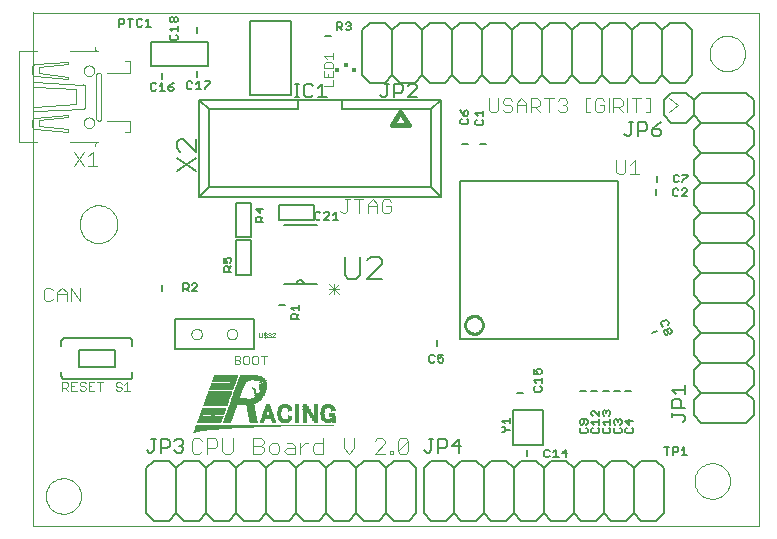
<source format=gto>
G75*
G70*
%OFA0B0*%
%FSLAX24Y24*%
%IPPOS*%
%LPD*%
%AMOC8*
5,1,8,0,0,1.08239X$1,22.5*
%
%ADD10C,0.0000*%
%ADD11C,0.0030*%
%ADD12C,0.0040*%
%ADD13R,0.0012X0.0006*%
%ADD14R,0.0024X0.0006*%
%ADD15R,0.0036X0.0006*%
%ADD16R,0.0060X0.0006*%
%ADD17R,0.0078X0.0006*%
%ADD18R,0.0102X0.0006*%
%ADD19R,0.0126X0.0006*%
%ADD20R,0.0162X0.0006*%
%ADD21R,0.0186X0.0006*%
%ADD22R,0.0228X0.0006*%
%ADD23R,0.0258X0.0006*%
%ADD24R,0.0306X0.0006*%
%ADD25R,0.0348X0.0006*%
%ADD26R,0.0396X0.0006*%
%ADD27R,0.0450X0.0006*%
%ADD28R,0.0510X0.0006*%
%ADD29R,0.0564X0.0006*%
%ADD30R,0.0630X0.0006*%
%ADD31R,0.0702X0.0006*%
%ADD32R,0.0768X0.0006*%
%ADD33R,0.0852X0.0006*%
%ADD34R,0.0930X0.0006*%
%ADD35R,0.1020X0.0006*%
%ADD36R,0.1116X0.0006*%
%ADD37R,0.1212X0.0006*%
%ADD38R,0.1314X0.0006*%
%ADD39R,0.1428X0.0006*%
%ADD40R,0.1548X0.0006*%
%ADD41R,0.1674X0.0006*%
%ADD42R,0.1812X0.0006*%
%ADD43R,0.1950X0.0006*%
%ADD44R,0.2100X0.0006*%
%ADD45R,0.2268X0.0006*%
%ADD46R,0.2436X0.0006*%
%ADD47R,0.2622X0.0006*%
%ADD48R,0.2820X0.0006*%
%ADD49R,0.3042X0.0006*%
%ADD50R,0.3276X0.0006*%
%ADD51R,0.3534X0.0006*%
%ADD52R,0.3828X0.0006*%
%ADD53R,0.4164X0.0006*%
%ADD54R,0.4572X0.0006*%
%ADD55R,0.0120X0.0006*%
%ADD56R,0.0108X0.0006*%
%ADD57R,0.0246X0.0006*%
%ADD58R,0.0240X0.0006*%
%ADD59R,0.0114X0.0006*%
%ADD60R,0.0168X0.0006*%
%ADD61R,0.0150X0.0006*%
%ADD62R,0.0096X0.0006*%
%ADD63R,0.0774X0.0006*%
%ADD64R,0.0252X0.0006*%
%ADD65R,0.0132X0.0006*%
%ADD66R,0.0204X0.0006*%
%ADD67R,0.0180X0.0006*%
%ADD68R,0.0234X0.0006*%
%ADD69R,0.0132X0.0006*%
%ADD70R,0.0204X0.0006*%
%ADD71R,0.0780X0.0006*%
%ADD72R,0.0282X0.0006*%
%ADD73R,0.0138X0.0006*%
%ADD74R,0.0294X0.0006*%
%ADD75R,0.0144X0.0006*%
%ADD76R,0.0252X0.0006*%
%ADD77R,0.0318X0.0006*%
%ADD78R,0.0276X0.0006*%
%ADD79R,0.0330X0.0006*%
%ADD80R,0.0288X0.0006*%
%ADD81R,0.0342X0.0006*%
%ADD82R,0.0156X0.0006*%
%ADD83R,0.0300X0.0006*%
%ADD84R,0.0354X0.0006*%
%ADD85R,0.0312X0.0006*%
%ADD86R,0.0366X0.0006*%
%ADD87R,0.0324X0.0006*%
%ADD88R,0.0378X0.0006*%
%ADD89R,0.0390X0.0006*%
%ADD90R,0.0174X0.0006*%
%ADD91R,0.0774X0.0006*%
%ADD92R,0.0456X0.0006*%
%ADD93R,0.0408X0.0006*%
%ADD94R,0.0420X0.0006*%
%ADD95R,0.0462X0.0006*%
%ADD96R,0.0192X0.0006*%
%ADD97R,0.0222X0.0006*%
%ADD98R,0.0174X0.0006*%
%ADD99R,0.0198X0.0006*%
%ADD100R,0.0162X0.0006*%
%ADD101R,0.0144X0.0006*%
%ADD102R,0.0210X0.0006*%
%ADD103R,0.0444X0.0006*%
%ADD104R,0.0438X0.0006*%
%ADD105R,0.0216X0.0006*%
%ADD106R,0.0432X0.0006*%
%ADD107R,0.0426X0.0006*%
%ADD108R,0.0414X0.0006*%
%ADD109R,0.0402X0.0006*%
%ADD110R,0.0090X0.0006*%
%ADD111R,0.0066X0.0006*%
%ADD112R,0.0384X0.0006*%
%ADD113R,0.0030X0.0006*%
%ADD114R,0.0264X0.0006*%
%ADD115R,0.0006X0.0006*%
%ADD116R,0.0270X0.0006*%
%ADD117R,0.0114X0.0006*%
%ADD118R,0.0264X0.0006*%
%ADD119R,0.0018X0.0006*%
%ADD120R,0.0042X0.0006*%
%ADD121R,0.0072X0.0006*%
%ADD122R,0.0234X0.0006*%
%ADD123R,0.0372X0.0006*%
%ADD124R,0.0810X0.0006*%
%ADD125R,0.0804X0.0006*%
%ADD126R,0.0798X0.0006*%
%ADD127R,0.0786X0.0006*%
%ADD128R,0.0792X0.0006*%
%ADD129R,0.0816X0.0006*%
%ADD130R,0.0840X0.0006*%
%ADD131R,0.0864X0.0006*%
%ADD132R,0.0870X0.0006*%
%ADD133R,0.0882X0.0006*%
%ADD134R,0.0888X0.0006*%
%ADD135R,0.0900X0.0006*%
%ADD136R,0.0912X0.0006*%
%ADD137R,0.0924X0.0006*%
%ADD138R,0.0936X0.0006*%
%ADD139R,0.0942X0.0006*%
%ADD140R,0.0948X0.0006*%
%ADD141R,0.0960X0.0006*%
%ADD142R,0.0966X0.0006*%
%ADD143R,0.0972X0.0006*%
%ADD144R,0.0972X0.0006*%
%ADD145R,0.0978X0.0006*%
%ADD146R,0.0984X0.0006*%
%ADD147R,0.0990X0.0006*%
%ADD148R,0.0996X0.0006*%
%ADD149R,0.0324X0.0006*%
%ADD150R,0.0312X0.0006*%
%ADD151R,0.0048X0.0006*%
%ADD152R,0.0222X0.0006*%
%ADD153R,0.0024X0.0006*%
%ADD154R,0.0054X0.0006*%
%ADD155R,0.0054X0.0006*%
%ADD156R,0.0042X0.0006*%
%ADD157R,0.0012X0.0006*%
%ADD158R,0.0282X0.0006*%
%ADD159R,0.0192X0.0006*%
%ADD160R,0.0342X0.0006*%
%ADD161R,0.0360X0.0006*%
%ADD162R,0.0648X0.0006*%
%ADD163R,0.0672X0.0006*%
%ADD164R,0.0876X0.0006*%
%ADD165R,0.0864X0.0006*%
%ADD166R,0.0858X0.0006*%
%ADD167R,0.0834X0.0006*%
%ADD168R,0.0828X0.0006*%
%ADD169R,0.0762X0.0006*%
%ADD170R,0.0744X0.0006*%
%ADD171R,0.0726X0.0006*%
%ADD172R,0.0708X0.0006*%
%ADD173R,0.0690X0.0006*%
%ADD174R,0.0666X0.0006*%
%ADD175R,0.0636X0.0006*%
%ADD176R,0.0606X0.0006*%
%ADD177R,0.0546X0.0006*%
%ADD178C,0.0080*%
%ADD179C,0.0100*%
%ADD180C,0.0060*%
%ADD181C,0.0020*%
%ADD182C,0.0050*%
%ADD183C,0.0160*%
%ADD184R,0.0128X0.0167*%
%ADD185R,0.0138X0.0138*%
%ADD186C,0.0010*%
D10*
X000599Y000160D02*
X000599Y017278D01*
X000600Y017276D02*
X024780Y017276D01*
X024780Y000156D01*
X024779Y000160D02*
X000599Y000160D01*
X001008Y001160D02*
X001010Y001208D01*
X001016Y001256D01*
X001026Y001303D01*
X001039Y001349D01*
X001057Y001394D01*
X001077Y001438D01*
X001102Y001480D01*
X001130Y001519D01*
X001160Y001556D01*
X001194Y001590D01*
X001231Y001622D01*
X001269Y001651D01*
X001310Y001676D01*
X001353Y001698D01*
X001398Y001716D01*
X001444Y001730D01*
X001491Y001741D01*
X001539Y001748D01*
X001587Y001751D01*
X001635Y001750D01*
X001683Y001745D01*
X001731Y001736D01*
X001777Y001724D01*
X001822Y001707D01*
X001866Y001687D01*
X001908Y001664D01*
X001948Y001637D01*
X001986Y001607D01*
X002021Y001574D01*
X002053Y001538D01*
X002083Y001500D01*
X002109Y001459D01*
X002131Y001416D01*
X002151Y001372D01*
X002166Y001327D01*
X002178Y001280D01*
X002186Y001232D01*
X002190Y001184D01*
X002190Y001136D01*
X002186Y001088D01*
X002178Y001040D01*
X002166Y000993D01*
X002151Y000948D01*
X002131Y000904D01*
X002109Y000861D01*
X002083Y000820D01*
X002053Y000782D01*
X002021Y000746D01*
X001986Y000713D01*
X001948Y000683D01*
X001908Y000656D01*
X001866Y000633D01*
X001822Y000613D01*
X001777Y000596D01*
X001731Y000584D01*
X001683Y000575D01*
X001635Y000570D01*
X001587Y000569D01*
X001539Y000572D01*
X001491Y000579D01*
X001444Y000590D01*
X001398Y000604D01*
X001353Y000622D01*
X001310Y000644D01*
X001269Y000669D01*
X001231Y000698D01*
X001194Y000730D01*
X001160Y000764D01*
X001130Y000801D01*
X001102Y000840D01*
X001077Y000882D01*
X001057Y000926D01*
X001039Y000971D01*
X001026Y001017D01*
X001016Y001064D01*
X001010Y001112D01*
X001008Y001160D01*
X005861Y006558D02*
X005863Y006584D01*
X005869Y006610D01*
X005879Y006635D01*
X005892Y006658D01*
X005908Y006678D01*
X005928Y006696D01*
X005950Y006711D01*
X005973Y006723D01*
X005999Y006731D01*
X006025Y006735D01*
X006051Y006735D01*
X006077Y006731D01*
X006103Y006723D01*
X006127Y006711D01*
X006148Y006696D01*
X006168Y006678D01*
X006184Y006658D01*
X006197Y006635D01*
X006207Y006610D01*
X006213Y006584D01*
X006215Y006558D01*
X006213Y006532D01*
X006207Y006506D01*
X006197Y006481D01*
X006184Y006458D01*
X006168Y006438D01*
X006148Y006420D01*
X006126Y006405D01*
X006103Y006393D01*
X006077Y006385D01*
X006051Y006381D01*
X006025Y006381D01*
X005999Y006385D01*
X005973Y006393D01*
X005949Y006405D01*
X005928Y006420D01*
X005908Y006438D01*
X005892Y006458D01*
X005879Y006481D01*
X005869Y006506D01*
X005863Y006532D01*
X005861Y006558D01*
X007042Y006558D02*
X007044Y006584D01*
X007050Y006610D01*
X007060Y006635D01*
X007073Y006658D01*
X007089Y006678D01*
X007109Y006696D01*
X007131Y006711D01*
X007154Y006723D01*
X007180Y006731D01*
X007206Y006735D01*
X007232Y006735D01*
X007258Y006731D01*
X007284Y006723D01*
X007308Y006711D01*
X007329Y006696D01*
X007349Y006678D01*
X007365Y006658D01*
X007378Y006635D01*
X007388Y006610D01*
X007394Y006584D01*
X007396Y006558D01*
X007394Y006532D01*
X007388Y006506D01*
X007378Y006481D01*
X007365Y006458D01*
X007349Y006438D01*
X007329Y006420D01*
X007307Y006405D01*
X007284Y006393D01*
X007258Y006385D01*
X007232Y006381D01*
X007206Y006381D01*
X007180Y006385D01*
X007154Y006393D01*
X007130Y006405D01*
X007109Y006420D01*
X007089Y006438D01*
X007073Y006458D01*
X007060Y006481D01*
X007050Y006506D01*
X007044Y006532D01*
X007042Y006558D01*
X002135Y010223D02*
X002137Y010273D01*
X002143Y010323D01*
X002153Y010372D01*
X002167Y010420D01*
X002184Y010467D01*
X002205Y010512D01*
X002230Y010556D01*
X002258Y010597D01*
X002290Y010636D01*
X002324Y010673D01*
X002361Y010707D01*
X002401Y010737D01*
X002443Y010764D01*
X002487Y010788D01*
X002533Y010809D01*
X002580Y010825D01*
X002628Y010838D01*
X002678Y010847D01*
X002727Y010852D01*
X002778Y010853D01*
X002828Y010850D01*
X002877Y010843D01*
X002926Y010832D01*
X002974Y010817D01*
X003020Y010799D01*
X003065Y010777D01*
X003108Y010751D01*
X003149Y010722D01*
X003188Y010690D01*
X003224Y010655D01*
X003256Y010617D01*
X003286Y010577D01*
X003313Y010534D01*
X003336Y010490D01*
X003355Y010444D01*
X003371Y010396D01*
X003383Y010347D01*
X003391Y010298D01*
X003395Y010248D01*
X003395Y010198D01*
X003391Y010148D01*
X003383Y010099D01*
X003371Y010050D01*
X003355Y010002D01*
X003336Y009956D01*
X003313Y009912D01*
X003286Y009869D01*
X003256Y009829D01*
X003224Y009791D01*
X003188Y009756D01*
X003149Y009724D01*
X003108Y009695D01*
X003065Y009669D01*
X003020Y009647D01*
X002974Y009629D01*
X002926Y009614D01*
X002877Y009603D01*
X002828Y009596D01*
X002778Y009593D01*
X002727Y009594D01*
X002678Y009599D01*
X002628Y009608D01*
X002580Y009621D01*
X002533Y009637D01*
X002487Y009658D01*
X002443Y009682D01*
X002401Y009709D01*
X002361Y009739D01*
X002324Y009773D01*
X002290Y009810D01*
X002258Y009849D01*
X002230Y009890D01*
X002205Y009934D01*
X002184Y009979D01*
X002167Y010026D01*
X002153Y010074D01*
X002143Y010123D01*
X002137Y010173D01*
X002135Y010223D01*
X002273Y013602D02*
X002275Y013628D01*
X002281Y013654D01*
X002291Y013679D01*
X002304Y013702D01*
X002320Y013722D01*
X002340Y013740D01*
X002362Y013755D01*
X002385Y013767D01*
X002411Y013775D01*
X002437Y013779D01*
X002463Y013779D01*
X002489Y013775D01*
X002515Y013767D01*
X002539Y013755D01*
X002560Y013740D01*
X002580Y013722D01*
X002596Y013702D01*
X002609Y013679D01*
X002619Y013654D01*
X002625Y013628D01*
X002627Y013602D01*
X002625Y013576D01*
X002619Y013550D01*
X002609Y013525D01*
X002596Y013502D01*
X002580Y013482D01*
X002560Y013464D01*
X002538Y013449D01*
X002515Y013437D01*
X002489Y013429D01*
X002463Y013425D01*
X002437Y013425D01*
X002411Y013429D01*
X002385Y013437D01*
X002361Y013449D01*
X002340Y013464D01*
X002320Y013482D01*
X002304Y013502D01*
X002291Y013525D01*
X002281Y013550D01*
X002275Y013576D01*
X002273Y013602D01*
X002273Y015335D02*
X002275Y015361D01*
X002281Y015387D01*
X002291Y015412D01*
X002304Y015435D01*
X002320Y015455D01*
X002340Y015473D01*
X002362Y015488D01*
X002385Y015500D01*
X002411Y015508D01*
X002437Y015512D01*
X002463Y015512D01*
X002489Y015508D01*
X002515Y015500D01*
X002539Y015488D01*
X002560Y015473D01*
X002580Y015455D01*
X002596Y015435D01*
X002609Y015412D01*
X002619Y015387D01*
X002625Y015361D01*
X002627Y015335D01*
X002625Y015309D01*
X002619Y015283D01*
X002609Y015258D01*
X002596Y015235D01*
X002580Y015215D01*
X002560Y015197D01*
X002538Y015182D01*
X002515Y015170D01*
X002489Y015162D01*
X002463Y015158D01*
X002437Y015158D01*
X002411Y015162D01*
X002385Y015170D01*
X002361Y015182D01*
X002340Y015197D01*
X002320Y015215D01*
X002304Y015235D01*
X002291Y015258D01*
X002281Y015283D01*
X002275Y015309D01*
X002273Y015335D01*
X022633Y001660D02*
X022635Y001708D01*
X022641Y001756D01*
X022651Y001803D01*
X022664Y001849D01*
X022682Y001894D01*
X022702Y001938D01*
X022727Y001980D01*
X022755Y002019D01*
X022785Y002056D01*
X022819Y002090D01*
X022856Y002122D01*
X022894Y002151D01*
X022935Y002176D01*
X022978Y002198D01*
X023023Y002216D01*
X023069Y002230D01*
X023116Y002241D01*
X023164Y002248D01*
X023212Y002251D01*
X023260Y002250D01*
X023308Y002245D01*
X023356Y002236D01*
X023402Y002224D01*
X023447Y002207D01*
X023491Y002187D01*
X023533Y002164D01*
X023573Y002137D01*
X023611Y002107D01*
X023646Y002074D01*
X023678Y002038D01*
X023708Y002000D01*
X023734Y001959D01*
X023756Y001916D01*
X023776Y001872D01*
X023791Y001827D01*
X023803Y001780D01*
X023811Y001732D01*
X023815Y001684D01*
X023815Y001636D01*
X023811Y001588D01*
X023803Y001540D01*
X023791Y001493D01*
X023776Y001448D01*
X023756Y001404D01*
X023734Y001361D01*
X023708Y001320D01*
X023678Y001282D01*
X023646Y001246D01*
X023611Y001213D01*
X023573Y001183D01*
X023533Y001156D01*
X023491Y001133D01*
X023447Y001113D01*
X023402Y001096D01*
X023356Y001084D01*
X023308Y001075D01*
X023260Y001070D01*
X023212Y001069D01*
X023164Y001072D01*
X023116Y001079D01*
X023069Y001090D01*
X023023Y001104D01*
X022978Y001122D01*
X022935Y001144D01*
X022894Y001169D01*
X022856Y001198D01*
X022819Y001230D01*
X022785Y001264D01*
X022755Y001301D01*
X022727Y001340D01*
X022702Y001382D01*
X022682Y001426D01*
X022664Y001471D01*
X022651Y001517D01*
X022641Y001564D01*
X022635Y001612D01*
X022633Y001660D01*
X023133Y015910D02*
X023135Y015958D01*
X023141Y016006D01*
X023151Y016053D01*
X023164Y016099D01*
X023182Y016144D01*
X023202Y016188D01*
X023227Y016230D01*
X023255Y016269D01*
X023285Y016306D01*
X023319Y016340D01*
X023356Y016372D01*
X023394Y016401D01*
X023435Y016426D01*
X023478Y016448D01*
X023523Y016466D01*
X023569Y016480D01*
X023616Y016491D01*
X023664Y016498D01*
X023712Y016501D01*
X023760Y016500D01*
X023808Y016495D01*
X023856Y016486D01*
X023902Y016474D01*
X023947Y016457D01*
X023991Y016437D01*
X024033Y016414D01*
X024073Y016387D01*
X024111Y016357D01*
X024146Y016324D01*
X024178Y016288D01*
X024208Y016250D01*
X024234Y016209D01*
X024256Y016166D01*
X024276Y016122D01*
X024291Y016077D01*
X024303Y016030D01*
X024311Y015982D01*
X024315Y015934D01*
X024315Y015886D01*
X024311Y015838D01*
X024303Y015790D01*
X024291Y015743D01*
X024276Y015698D01*
X024256Y015654D01*
X024234Y015611D01*
X024208Y015570D01*
X024178Y015532D01*
X024146Y015496D01*
X024111Y015463D01*
X024073Y015433D01*
X024033Y015406D01*
X023991Y015383D01*
X023947Y015363D01*
X023902Y015346D01*
X023856Y015334D01*
X023808Y015325D01*
X023760Y015320D01*
X023712Y015319D01*
X023664Y015322D01*
X023616Y015329D01*
X023569Y015340D01*
X023523Y015354D01*
X023478Y015372D01*
X023435Y015394D01*
X023394Y015419D01*
X023356Y015448D01*
X023319Y015480D01*
X023285Y015514D01*
X023255Y015551D01*
X023227Y015590D01*
X023202Y015632D01*
X023182Y015676D01*
X023164Y015721D01*
X023151Y015767D01*
X023141Y015814D01*
X023135Y015862D01*
X023133Y015910D01*
D11*
X010773Y008215D02*
X010459Y007902D01*
X010459Y008058D02*
X010773Y008058D01*
X010773Y007902D02*
X010459Y008215D01*
X010616Y008215D02*
X010616Y007902D01*
X008381Y005836D02*
X008187Y005836D01*
X008284Y005836D02*
X008284Y005546D01*
X008086Y005594D02*
X008086Y005788D01*
X008038Y005836D01*
X007941Y005836D01*
X007892Y005788D01*
X007892Y005594D01*
X007941Y005546D01*
X008038Y005546D01*
X008086Y005594D01*
X007791Y005594D02*
X007791Y005788D01*
X007743Y005836D01*
X007646Y005836D01*
X007598Y005788D01*
X007598Y005594D01*
X007646Y005546D01*
X007743Y005546D01*
X007791Y005594D01*
X007497Y005594D02*
X007448Y005546D01*
X007303Y005546D01*
X007303Y005836D01*
X007448Y005836D01*
X007497Y005788D01*
X007497Y005739D01*
X007448Y005691D01*
X007303Y005691D01*
X007448Y005691D02*
X007497Y005643D01*
X007497Y005594D01*
X002922Y004960D02*
X002729Y004960D01*
X002825Y004960D02*
X002825Y004670D01*
X002628Y004670D02*
X002434Y004670D01*
X002434Y004960D01*
X002628Y004960D01*
X002531Y004815D02*
X002434Y004815D01*
X002333Y004767D02*
X002333Y004718D01*
X002285Y004670D01*
X002188Y004670D01*
X002139Y004718D01*
X002188Y004815D02*
X002285Y004815D01*
X002333Y004767D01*
X002333Y004912D02*
X002285Y004960D01*
X002188Y004960D01*
X002139Y004912D01*
X002139Y004863D01*
X002188Y004815D01*
X002038Y004670D02*
X001845Y004670D01*
X001845Y004960D01*
X002038Y004960D01*
X001942Y004815D02*
X001845Y004815D01*
X001744Y004815D02*
X001744Y004912D01*
X001695Y004960D01*
X001550Y004960D01*
X001550Y004670D01*
X001550Y004767D02*
X001695Y004767D01*
X001744Y004815D01*
X001647Y004767D02*
X001744Y004670D01*
X010285Y014838D02*
X010575Y014838D01*
X010575Y015031D01*
X010575Y015133D02*
X010575Y015326D01*
X010575Y015427D02*
X010285Y015427D01*
X010285Y015572D01*
X010333Y015621D01*
X010527Y015621D01*
X010575Y015572D01*
X010575Y015427D01*
X010430Y015229D02*
X010430Y015133D01*
X010285Y015133D02*
X010575Y015133D01*
X010285Y015133D02*
X010285Y015326D01*
X010382Y015722D02*
X010285Y015819D01*
X010575Y015819D01*
X010575Y015915D02*
X010575Y015722D01*
D12*
X015786Y014420D02*
X015786Y014037D01*
X015863Y013960D01*
X016016Y013960D01*
X016093Y014037D01*
X016093Y014420D01*
X016247Y014344D02*
X016247Y014267D01*
X016323Y014190D01*
X016477Y014190D01*
X016553Y014113D01*
X016553Y014037D01*
X016477Y013960D01*
X016323Y013960D01*
X016247Y014037D01*
X016247Y014344D02*
X016323Y014420D01*
X016477Y014420D01*
X016553Y014344D01*
X016707Y014267D02*
X016860Y014420D01*
X017014Y014267D01*
X017014Y013960D01*
X017167Y013960D02*
X017167Y014420D01*
X017398Y014420D01*
X017474Y014344D01*
X017474Y014190D01*
X017398Y014113D01*
X017167Y014113D01*
X017321Y014113D02*
X017474Y013960D01*
X017014Y014190D02*
X016707Y014190D01*
X016707Y014267D02*
X016707Y013960D01*
X017628Y014420D02*
X017935Y014420D01*
X017781Y014420D02*
X017781Y013960D01*
X018088Y014037D02*
X018165Y013960D01*
X018318Y013960D01*
X018395Y014037D01*
X018395Y014113D01*
X018318Y014190D01*
X018242Y014190D01*
X018318Y014190D02*
X018395Y014267D01*
X018395Y014344D01*
X018318Y014420D01*
X018165Y014420D01*
X018088Y014344D01*
X019009Y014420D02*
X019009Y013960D01*
X019162Y013960D01*
X019316Y014037D02*
X019393Y013960D01*
X019546Y013960D01*
X019623Y014037D01*
X019623Y014190D01*
X019469Y014190D01*
X019316Y014037D02*
X019316Y014344D01*
X019393Y014420D01*
X019546Y014420D01*
X019623Y014344D01*
X019776Y014420D02*
X019776Y013960D01*
X019930Y013960D02*
X019930Y014420D01*
X020160Y014420D01*
X020237Y014344D01*
X020237Y014190D01*
X020160Y014113D01*
X019930Y014113D01*
X020083Y014113D02*
X020237Y013960D01*
X020390Y013960D02*
X020390Y014420D01*
X020544Y014420D02*
X020850Y014420D01*
X020697Y014420D02*
X020697Y013960D01*
X021004Y013960D02*
X021157Y013960D01*
X021157Y014420D01*
X021004Y014420D01*
X021771Y014420D02*
X022078Y014190D01*
X021771Y013960D01*
X020638Y012356D02*
X020638Y011895D01*
X020791Y011895D02*
X020484Y011895D01*
X020331Y011972D02*
X020331Y012356D01*
X020484Y012202D02*
X020638Y012356D01*
X020331Y011972D02*
X020254Y011895D01*
X020101Y011895D01*
X020024Y011972D01*
X020024Y012356D01*
X019162Y014420D02*
X019009Y014420D01*
X012514Y010969D02*
X012438Y011045D01*
X012284Y011045D01*
X012207Y010969D01*
X012207Y010662D01*
X012284Y010585D01*
X012438Y010585D01*
X012514Y010662D01*
X012514Y010815D01*
X012361Y010815D01*
X012054Y010815D02*
X011747Y010815D01*
X011747Y010892D02*
X011747Y010585D01*
X011440Y010585D02*
X011440Y011045D01*
X011287Y011045D02*
X011593Y011045D01*
X011747Y010892D02*
X011900Y011045D01*
X012054Y010892D01*
X012054Y010585D01*
X011056Y010662D02*
X011056Y011045D01*
X010980Y011045D02*
X011133Y011045D01*
X011056Y010662D02*
X010980Y010585D01*
X010903Y010585D01*
X010826Y010662D01*
X003819Y013283D02*
X003819Y013672D01*
X003799Y013672D02*
X003063Y013672D01*
X002859Y013753D02*
X002859Y015184D01*
X002857Y015200D01*
X002853Y015215D01*
X002845Y015230D01*
X002835Y015242D01*
X002823Y015252D01*
X002808Y015260D01*
X002793Y015264D01*
X002777Y015266D01*
X002777Y015266D01*
X002777Y015265D02*
X002757Y015263D01*
X002738Y015257D01*
X002720Y015248D01*
X002705Y015235D01*
X002692Y015220D01*
X002683Y015202D01*
X002677Y015183D01*
X002675Y015163D01*
X002675Y015164D02*
X002675Y013774D01*
X002677Y013754D01*
X002683Y013735D01*
X002692Y013717D01*
X002705Y013702D01*
X002720Y013689D01*
X002738Y013680D01*
X002757Y013674D01*
X002777Y013672D01*
X002777Y013671D02*
X002793Y013673D01*
X002808Y013677D01*
X002823Y013685D01*
X002835Y013695D01*
X002845Y013707D01*
X002853Y013722D01*
X002857Y013737D01*
X002859Y013753D01*
X002327Y014142D02*
X002327Y014796D01*
X002328Y014796D02*
X002325Y014814D01*
X002318Y014831D01*
X002309Y014846D01*
X002296Y014859D01*
X002281Y014868D01*
X002264Y014875D01*
X002246Y014878D01*
X002246Y014877D02*
X000651Y014959D01*
X000635Y014957D01*
X000620Y014953D01*
X000605Y014945D01*
X000593Y014935D01*
X000583Y014923D01*
X000575Y014908D01*
X000571Y014893D01*
X000569Y014877D01*
X000570Y014877D02*
X000570Y014877D01*
X000569Y014877D02*
X000571Y014861D01*
X000575Y014846D01*
X000583Y014831D01*
X000593Y014819D01*
X000605Y014809D01*
X000620Y014801D01*
X000635Y014797D01*
X000651Y014795D01*
X000651Y014796D02*
X002000Y014714D01*
X002000Y014223D01*
X000651Y014142D01*
X000635Y014140D01*
X000620Y014136D01*
X000605Y014128D01*
X000593Y014118D01*
X000583Y014106D01*
X000575Y014091D01*
X000571Y014076D01*
X000569Y014060D01*
X000571Y014044D01*
X000575Y014029D01*
X000583Y014014D01*
X000593Y014002D01*
X000605Y013992D01*
X000620Y013984D01*
X000635Y013980D01*
X000651Y013978D01*
X002246Y014060D01*
X002246Y014059D02*
X002264Y014062D01*
X002281Y014069D01*
X002296Y014078D01*
X002309Y014091D01*
X002318Y014106D01*
X002325Y014123D01*
X002328Y014141D01*
X001735Y013876D02*
X001735Y013794D01*
X000794Y013692D01*
X000794Y013488D01*
X001735Y013385D01*
X001735Y013304D01*
X000651Y013385D01*
X000632Y013389D01*
X000613Y013395D01*
X000596Y013405D01*
X000580Y013417D01*
X000567Y013432D01*
X000556Y013449D01*
X000549Y013467D01*
X000549Y013692D02*
X000556Y013710D01*
X000567Y013727D01*
X000580Y013742D01*
X000596Y013754D01*
X000613Y013764D01*
X000632Y013770D01*
X000651Y013774D01*
X001735Y013876D01*
X000550Y013692D02*
X000541Y013655D01*
X000535Y013618D01*
X000533Y013580D01*
X000535Y013542D01*
X000541Y013505D01*
X000550Y013468D01*
X000712Y012956D02*
X000120Y012956D01*
X000120Y012956D01*
X000120Y015981D01*
X000712Y015981D01*
X000651Y015552D02*
X001735Y015634D01*
X001735Y015552D01*
X000794Y015450D01*
X000794Y015245D01*
X001735Y015143D01*
X001735Y015061D01*
X000651Y015164D01*
X000651Y015163D02*
X000632Y015167D01*
X000613Y015173D01*
X000596Y015183D01*
X000580Y015195D01*
X000567Y015210D01*
X000556Y015227D01*
X000549Y015245D01*
X000549Y015470D02*
X000556Y015488D01*
X000567Y015505D01*
X000580Y015520D01*
X000596Y015532D01*
X000613Y015542D01*
X000632Y015548D01*
X000651Y015552D01*
X000550Y015470D02*
X000541Y015433D01*
X000535Y015396D01*
X000533Y015358D01*
X000535Y015320D01*
X000541Y015283D01*
X000550Y015246D01*
X001827Y015981D02*
X002736Y015981D01*
X002720Y015983D01*
X002705Y015987D01*
X002690Y015995D01*
X002678Y016005D01*
X002668Y016017D01*
X002660Y016032D01*
X002656Y016047D01*
X002654Y016063D01*
X002654Y016124D01*
X003656Y015654D02*
X003799Y015654D01*
X003819Y015654D02*
X003819Y015266D01*
X003799Y015266D02*
X003063Y015266D01*
X003656Y013283D02*
X003799Y013283D01*
X002736Y012956D02*
X001827Y012956D01*
X001960Y012637D02*
X002267Y012177D01*
X002420Y012177D02*
X002727Y012177D01*
X002574Y012177D02*
X002574Y012637D01*
X002420Y012484D01*
X002267Y012637D02*
X001960Y012177D01*
X002654Y012813D02*
X002654Y012875D01*
X002656Y012891D01*
X002660Y012906D01*
X002668Y012921D01*
X002678Y012933D01*
X002690Y012943D01*
X002705Y012951D01*
X002720Y012955D01*
X002736Y012957D01*
X002162Y008111D02*
X002162Y007651D01*
X001855Y008111D01*
X001855Y007651D01*
X001701Y007651D02*
X001701Y007958D01*
X001548Y008111D01*
X001395Y007958D01*
X001395Y007651D01*
X001241Y007728D02*
X001164Y007651D01*
X001011Y007651D01*
X000934Y007728D01*
X000934Y008035D01*
X001011Y008111D01*
X001164Y008111D01*
X001241Y008035D01*
X001395Y007881D02*
X001701Y007881D01*
X005955Y003097D02*
X005868Y003011D01*
X005868Y002664D01*
X005955Y002577D01*
X006128Y002577D01*
X006215Y002664D01*
X006384Y002750D02*
X006644Y002750D01*
X006731Y002837D01*
X006731Y003011D01*
X006644Y003097D01*
X006384Y003097D01*
X006384Y002577D01*
X006899Y002664D02*
X006986Y002577D01*
X007160Y002577D01*
X007246Y002664D01*
X007246Y003097D01*
X006899Y003097D02*
X006899Y002664D01*
X006215Y003011D02*
X006128Y003097D01*
X005955Y003097D01*
X007931Y003097D02*
X007931Y002577D01*
X008191Y002577D01*
X008278Y002664D01*
X008278Y002750D01*
X008191Y002837D01*
X007931Y002837D01*
X008191Y002837D02*
X008278Y002924D01*
X008278Y003011D01*
X008191Y003097D01*
X007931Y003097D01*
X008446Y002837D02*
X008446Y002664D01*
X008533Y002577D01*
X008707Y002577D01*
X008793Y002664D01*
X008793Y002837D01*
X008707Y002924D01*
X008533Y002924D01*
X008446Y002837D01*
X008962Y002664D02*
X009049Y002750D01*
X009309Y002750D01*
X009309Y002837D02*
X009222Y002924D01*
X009049Y002924D01*
X009309Y002837D02*
X009309Y002577D01*
X009049Y002577D01*
X008962Y002664D01*
X009478Y002750D02*
X009651Y002924D01*
X009738Y002924D01*
X009907Y002837D02*
X009907Y002664D01*
X009994Y002577D01*
X010254Y002577D01*
X010254Y003097D01*
X010254Y002924D02*
X009994Y002924D01*
X009907Y002837D01*
X009478Y002924D02*
X009478Y002577D01*
X010939Y002750D02*
X011112Y002577D01*
X011286Y002750D01*
X011286Y003097D01*
X010939Y003097D02*
X010939Y002750D01*
X011970Y002577D02*
X012317Y002924D01*
X012317Y003011D01*
X012230Y003097D01*
X012057Y003097D01*
X011970Y003011D01*
X012486Y002664D02*
X012572Y002664D01*
X012572Y002577D01*
X012486Y002577D01*
X012486Y002664D01*
X012317Y002577D02*
X011970Y002577D01*
X012743Y002664D02*
X012743Y003011D01*
X012830Y003097D01*
X013004Y003097D01*
X013090Y003011D01*
X012743Y002664D01*
X012830Y002577D01*
X013004Y002577D01*
X013090Y002664D01*
X013090Y003011D01*
D13*
X005956Y003263D03*
D14*
X005962Y003269D03*
X009112Y003977D03*
D15*
X008008Y004565D03*
X008002Y004571D03*
X007996Y004601D03*
X007996Y004607D03*
X007996Y004613D03*
X007936Y004727D03*
X005974Y003275D03*
D16*
X005986Y003281D03*
X008008Y005003D03*
X009130Y003989D03*
D17*
X005995Y003287D03*
D18*
X006013Y003293D03*
D19*
X006025Y003299D03*
X008413Y004181D03*
X008479Y004001D03*
X008485Y003983D03*
X008491Y003965D03*
X008497Y003953D03*
X008497Y003947D03*
X008503Y003935D03*
X008503Y003929D03*
X008509Y003917D03*
X008509Y003911D03*
X008515Y003899D03*
X008515Y003893D03*
X008521Y003881D03*
X008521Y003875D03*
X008527Y003863D03*
X008527Y003857D03*
X008533Y003851D03*
X008533Y003845D03*
X008533Y003839D03*
X008539Y003833D03*
X008539Y003827D03*
X008575Y003719D03*
X008581Y003701D03*
X008587Y003683D03*
X008593Y003665D03*
X008617Y003599D03*
X008791Y003857D03*
X008791Y003863D03*
X008791Y003869D03*
X008791Y003875D03*
X008791Y003905D03*
X008791Y003911D03*
X008791Y003917D03*
X008791Y003923D03*
X009643Y003923D03*
X009643Y003929D03*
X009643Y003935D03*
X009643Y003941D03*
X009643Y003947D03*
X009643Y003953D03*
X009643Y003959D03*
X009643Y003917D03*
X009643Y003911D03*
X009643Y003905D03*
X009643Y003899D03*
X009643Y003893D03*
X009643Y003887D03*
X009643Y003881D03*
X009643Y003875D03*
X009643Y003869D03*
X009643Y003863D03*
X009643Y003857D03*
X009643Y003851D03*
X009643Y003845D03*
X009643Y003839D03*
X009643Y003833D03*
X009643Y003827D03*
X009643Y003821D03*
X009643Y003815D03*
X009643Y003809D03*
X009643Y003803D03*
X009643Y003797D03*
X009643Y003791D03*
X009643Y003785D03*
X009643Y003779D03*
X009643Y003773D03*
X009643Y003767D03*
X009643Y003761D03*
X009643Y003755D03*
X009643Y003749D03*
X009643Y003743D03*
X009643Y003737D03*
X009643Y003731D03*
X009643Y003725D03*
X009643Y003719D03*
X009643Y003713D03*
X009643Y003707D03*
X009643Y003701D03*
X009643Y003695D03*
X009643Y003689D03*
X009643Y003683D03*
X009643Y003677D03*
X009643Y003671D03*
X009643Y003665D03*
X009643Y003659D03*
X009643Y003653D03*
X009643Y003647D03*
X009643Y003641D03*
X009643Y003635D03*
X009643Y003629D03*
X009643Y003623D03*
X009643Y003617D03*
X009643Y003611D03*
X009643Y003605D03*
X010015Y003605D03*
X010015Y003827D03*
X010015Y003833D03*
X010015Y003839D03*
X010015Y003845D03*
X010015Y003851D03*
X010015Y003857D03*
X010015Y003863D03*
X010015Y003869D03*
X010015Y003875D03*
X010015Y003881D03*
X010015Y003887D03*
X010015Y003893D03*
X010015Y003899D03*
X010015Y003905D03*
X010015Y003911D03*
X010015Y003917D03*
X010015Y003923D03*
X010015Y003929D03*
X010015Y003935D03*
X010015Y003941D03*
X010015Y003947D03*
X010015Y003953D03*
X010015Y003959D03*
X010015Y003965D03*
X010015Y003971D03*
X010015Y003977D03*
X010015Y003983D03*
X010015Y003989D03*
X010015Y003995D03*
X010015Y004001D03*
X010015Y004007D03*
X010015Y004013D03*
X010015Y004019D03*
X010015Y004025D03*
X010015Y004031D03*
X010015Y004037D03*
X010015Y004043D03*
X010015Y004049D03*
X010015Y004055D03*
X010015Y004061D03*
X010015Y004067D03*
X010015Y004073D03*
X010015Y004079D03*
X010015Y004085D03*
X010015Y004091D03*
X010015Y004097D03*
X010015Y004103D03*
X010015Y004109D03*
X010015Y004115D03*
X010015Y004121D03*
X010015Y004127D03*
X010015Y004133D03*
X010015Y004139D03*
X010015Y004145D03*
X010015Y004151D03*
X010015Y004157D03*
X010015Y004163D03*
X010015Y004169D03*
X010015Y004175D03*
X010231Y003929D03*
X010231Y003923D03*
X010231Y003863D03*
X010615Y003791D03*
X010615Y003785D03*
X009649Y004181D03*
X008311Y004913D03*
D20*
X008413Y004127D03*
X008851Y004073D03*
X009121Y004073D03*
X009127Y004067D03*
X008851Y003707D03*
X009661Y004133D03*
X009661Y004139D03*
X009997Y003659D03*
X009997Y003653D03*
X010597Y003725D03*
X010561Y004073D03*
X007243Y004913D03*
X007237Y004895D03*
X006043Y003305D03*
D21*
X006061Y003311D03*
X008413Y004091D03*
X008413Y004097D03*
X009103Y003695D03*
X009673Y004097D03*
X009673Y004103D03*
X009985Y003695D03*
X009985Y003689D03*
X010303Y004079D03*
X010585Y003707D03*
X008287Y004895D03*
D22*
X008230Y004991D03*
X008230Y004997D03*
X008248Y004679D03*
X008248Y004673D03*
X008248Y004667D03*
X008206Y004559D03*
X008416Y004037D03*
X008416Y004031D03*
X007336Y004409D03*
X007336Y004415D03*
X007336Y004421D03*
X007342Y004427D03*
X007342Y004433D03*
X007348Y004445D03*
X007348Y004451D03*
X007354Y004463D03*
X007354Y004469D03*
X007360Y004475D03*
X007360Y004481D03*
X007360Y004487D03*
X007366Y004493D03*
X007366Y004499D03*
X007372Y004511D03*
X007372Y004517D03*
X007378Y004529D03*
X007378Y004535D03*
X007384Y004547D03*
X007384Y004553D03*
X007390Y004559D03*
X007390Y004565D03*
X007396Y004577D03*
X007396Y004583D03*
X007402Y004595D03*
X007408Y004613D03*
X007414Y004625D03*
X007420Y004643D03*
X007330Y004403D03*
X007330Y004397D03*
X006082Y003317D03*
X009694Y004037D03*
X009964Y003755D03*
X010408Y003617D03*
X010564Y003797D03*
X010564Y003803D03*
X010564Y003809D03*
X010564Y003815D03*
X010564Y003821D03*
X010564Y003827D03*
X010564Y003833D03*
X010564Y003839D03*
X010564Y003845D03*
X010564Y003851D03*
X010564Y003857D03*
X010564Y003863D03*
X010564Y003869D03*
X010564Y003875D03*
X010564Y003881D03*
X010564Y003887D03*
D23*
X010429Y004163D03*
X009949Y003803D03*
X009949Y003797D03*
X009709Y003989D03*
X008989Y004163D03*
X008989Y003617D03*
X010405Y003629D03*
X007519Y004877D03*
X007513Y004865D03*
X007507Y004853D03*
X007339Y004391D03*
X006103Y003323D03*
D24*
X006127Y003329D03*
X008065Y004397D03*
X008137Y004499D03*
X008137Y004505D03*
X007567Y004949D03*
X010429Y004145D03*
D25*
X008032Y004379D03*
X006148Y003335D03*
D26*
X006178Y003341D03*
X007630Y005003D03*
X008986Y004103D03*
X008986Y003677D03*
X008416Y003797D03*
X010426Y004103D03*
D27*
X010453Y003671D03*
X006205Y003347D03*
D28*
X006235Y003353D03*
X007465Y004379D03*
D29*
X006268Y003359D03*
D30*
X006301Y003365D03*
D31*
X006337Y003371D03*
D32*
X006376Y003377D03*
X007852Y005099D03*
D33*
X007876Y005051D03*
X006418Y003383D03*
D34*
X006463Y003389D03*
X007639Y004289D03*
D35*
X006508Y003395D03*
D36*
X006556Y003401D03*
D37*
X006610Y003407D03*
D38*
X006661Y003413D03*
D39*
X006718Y003419D03*
D40*
X006784Y003425D03*
D41*
X006847Y003431D03*
D42*
X006916Y003437D03*
D43*
X006991Y003443D03*
D44*
X007066Y003449D03*
D45*
X007150Y003455D03*
D46*
X007240Y003461D03*
D47*
X007333Y003467D03*
D48*
X007438Y003473D03*
D49*
X007549Y003479D03*
D50*
X007666Y003485D03*
D51*
X007801Y003491D03*
D52*
X007948Y003497D03*
D53*
X008116Y003503D03*
D54*
X008326Y003509D03*
D55*
X008212Y003611D03*
X008212Y003617D03*
X008218Y003623D03*
X008218Y003629D03*
X008218Y003635D03*
X008224Y003641D03*
X008224Y003647D03*
X008224Y003653D03*
X008230Y003659D03*
X008230Y003665D03*
X008230Y003671D03*
X008236Y003677D03*
X008236Y003683D03*
X008236Y003689D03*
X008242Y003695D03*
X008242Y003701D03*
X008248Y003713D03*
X008248Y003719D03*
X008290Y003839D03*
X008296Y003851D03*
X008296Y003857D03*
X008302Y003869D03*
X008302Y003875D03*
X008308Y003887D03*
X008308Y003893D03*
X008314Y003905D03*
X008320Y003923D03*
X008326Y003941D03*
X008332Y003959D03*
X008338Y003977D03*
X008344Y003995D03*
X008350Y004007D03*
X008476Y004007D03*
X008476Y004013D03*
X008482Y003995D03*
X008482Y003989D03*
X008488Y003977D03*
X008488Y003971D03*
X008494Y003959D03*
X008500Y003941D03*
X008506Y003923D03*
X008512Y003905D03*
X008518Y003887D03*
X008524Y003869D03*
X008992Y003593D03*
X009166Y003791D03*
X009394Y003599D03*
X009394Y004181D03*
X008992Y004187D03*
X008218Y004955D03*
X010432Y004187D03*
X010594Y004001D03*
D56*
X010624Y003665D03*
X010624Y003659D03*
X010624Y003653D03*
X010624Y003647D03*
X010624Y003641D03*
X010624Y003635D03*
X010624Y003629D03*
X010624Y003623D03*
X010624Y003617D03*
X010624Y003611D03*
X010624Y003605D03*
X010414Y003593D03*
X009148Y004001D03*
X008320Y004919D03*
X006796Y004403D03*
X006586Y003827D03*
D57*
X007075Y003665D03*
X007069Y003647D03*
X007063Y003629D03*
X007057Y003617D03*
X007051Y003599D03*
X007081Y003683D03*
X007087Y003695D03*
X007093Y003713D03*
X007099Y003731D03*
X007105Y003749D03*
X007117Y003779D03*
X007123Y003797D03*
X007129Y003815D03*
X007141Y003845D03*
X007147Y003863D03*
X007153Y003881D03*
X007165Y003911D03*
X007171Y003929D03*
X007177Y003947D03*
X007189Y003977D03*
X007195Y003995D03*
X007201Y004013D03*
X007219Y004061D03*
X007225Y004079D03*
X007243Y004127D03*
X007249Y004145D03*
X007831Y004157D03*
X007831Y004163D03*
X007837Y004127D03*
X007837Y004121D03*
X007843Y004097D03*
X007843Y004091D03*
X007849Y004067D03*
X007849Y004061D03*
X007849Y004055D03*
X007855Y004031D03*
X007855Y004025D03*
X007861Y004001D03*
X007861Y003995D03*
X007867Y003971D03*
X007867Y003965D03*
X007867Y003959D03*
X007873Y003935D03*
X007873Y003929D03*
X007879Y003905D03*
X007879Y003899D03*
X007879Y003893D03*
X007885Y003875D03*
X007885Y003869D03*
X007885Y003863D03*
X007891Y003839D03*
X007891Y003833D03*
X007897Y003809D03*
X007897Y003803D03*
X007897Y003797D03*
X007903Y003773D03*
X007903Y003767D03*
X007909Y003743D03*
X007909Y003737D03*
X007909Y003731D03*
X007915Y003713D03*
X007915Y003707D03*
X007915Y003701D03*
X007921Y003677D03*
X007921Y003671D03*
X007927Y003647D03*
X007927Y003641D03*
X007927Y003635D03*
X007933Y003617D03*
X007933Y003611D03*
X007933Y003605D03*
X008263Y004781D03*
X008263Y004787D03*
X008263Y004793D03*
X008263Y004799D03*
X008263Y004805D03*
X008263Y004811D03*
X008263Y004817D03*
X008263Y004823D03*
X008263Y004829D03*
X008263Y004835D03*
X008263Y004841D03*
X008263Y004847D03*
X008263Y004853D03*
X008263Y004859D03*
X008257Y004871D03*
X007495Y004829D03*
X007489Y004817D03*
X007489Y004811D03*
X007483Y004805D03*
X007483Y004799D03*
X007477Y004787D03*
X009703Y004013D03*
X009703Y004007D03*
X009955Y003785D03*
X009955Y003779D03*
X010405Y003623D03*
D58*
X009958Y003773D03*
X009700Y004019D03*
X008416Y004019D03*
X007876Y003923D03*
X007876Y003917D03*
X007876Y003911D03*
X007882Y003887D03*
X007882Y003881D03*
X007888Y003857D03*
X007888Y003851D03*
X007888Y003845D03*
X007894Y003827D03*
X007894Y003821D03*
X007894Y003815D03*
X007900Y003791D03*
X007900Y003785D03*
X007900Y003779D03*
X007906Y003761D03*
X007906Y003755D03*
X007906Y003749D03*
X007912Y003725D03*
X007912Y003719D03*
X007918Y003695D03*
X007918Y003689D03*
X007918Y003683D03*
X007924Y003665D03*
X007924Y003659D03*
X007924Y003653D03*
X007930Y003629D03*
X007930Y003623D03*
X007936Y003599D03*
X007870Y003941D03*
X007870Y003947D03*
X007870Y003953D03*
X007864Y003977D03*
X007864Y003983D03*
X007864Y003989D03*
X007858Y004007D03*
X007858Y004013D03*
X007858Y004019D03*
X007852Y004037D03*
X007852Y004043D03*
X007852Y004049D03*
X007846Y004073D03*
X007846Y004079D03*
X007846Y004085D03*
X007840Y004103D03*
X007840Y004109D03*
X007840Y004115D03*
X007834Y004133D03*
X007834Y004139D03*
X007834Y004145D03*
X007834Y004151D03*
X007828Y004169D03*
X007828Y004175D03*
X007444Y004703D03*
X007450Y004721D03*
X007456Y004733D03*
X007456Y004739D03*
X007462Y004745D03*
X007462Y004751D03*
X007468Y004757D03*
X007468Y004763D03*
X007468Y004769D03*
X007474Y004775D03*
X007474Y004781D03*
X007480Y004793D03*
X008230Y004985D03*
X008260Y004775D03*
X008260Y004769D03*
X008260Y004763D03*
X008260Y004757D03*
X008260Y004751D03*
X008260Y004745D03*
X008260Y004739D03*
X008254Y004709D03*
D59*
X008005Y005009D03*
X008353Y004013D03*
X008341Y003989D03*
X008341Y003983D03*
X008335Y003971D03*
X008335Y003965D03*
X008329Y003953D03*
X008329Y003947D03*
X008323Y003935D03*
X008323Y003929D03*
X008311Y003899D03*
X008305Y003881D03*
X008299Y003863D03*
X008293Y003845D03*
X008251Y003725D03*
X008245Y003707D03*
X008209Y003605D03*
X008209Y003599D03*
X006781Y004355D03*
X006781Y004361D03*
X006781Y004367D03*
X006793Y004391D03*
X006793Y004397D03*
X006601Y003863D03*
X006595Y003857D03*
X006595Y003851D03*
X006595Y003845D03*
X006589Y003839D03*
X006589Y003833D03*
X006583Y003821D03*
X006583Y003815D03*
X009643Y003599D03*
X010015Y003599D03*
X010015Y004181D03*
D60*
X010294Y004073D03*
X010432Y004181D03*
X010552Y004079D03*
X010594Y003719D03*
X009994Y003665D03*
X009664Y004127D03*
X009118Y003701D03*
X008992Y003599D03*
X008992Y004181D03*
X008416Y004121D03*
X008416Y004115D03*
X008296Y004901D03*
X008254Y004967D03*
X007252Y004937D03*
X007252Y004931D03*
X007246Y004925D03*
X007246Y004919D03*
X007240Y004907D03*
X007240Y004901D03*
D61*
X008413Y004145D03*
X008833Y004055D03*
X008839Y004061D03*
X009133Y004061D03*
X009139Y004055D03*
X009133Y003713D03*
X008833Y003725D03*
X009655Y004151D03*
X009655Y004157D03*
X009793Y003947D03*
X009805Y003929D03*
X009817Y003911D03*
X009829Y003893D03*
X009841Y003875D03*
X009853Y003857D03*
X009865Y003839D03*
X010003Y003641D03*
X010261Y003743D03*
X010267Y003737D03*
X010267Y003731D03*
X010273Y003725D03*
X010411Y003599D03*
X010603Y003737D03*
X010573Y004061D03*
X010567Y004067D03*
X010279Y004061D03*
X010273Y004055D03*
D62*
X010624Y003599D03*
X006406Y004403D03*
X006400Y004385D03*
X006394Y004373D03*
X006394Y004367D03*
X006388Y004355D03*
X006202Y003839D03*
D63*
X006499Y003707D03*
X006505Y003725D03*
X006511Y003743D03*
X006523Y003773D03*
X006529Y003791D03*
X006535Y003809D03*
X006559Y003875D03*
X006583Y003941D03*
X006631Y004073D03*
X006481Y003659D03*
X006475Y003641D03*
X006469Y003623D03*
X006463Y003611D03*
X006463Y003605D03*
D64*
X007054Y003605D03*
X007054Y003611D03*
X007060Y003623D03*
X007084Y003689D03*
X007090Y003701D03*
X007090Y003707D03*
X007114Y003767D03*
X007114Y003773D03*
X007120Y003785D03*
X007120Y003791D03*
X007144Y003851D03*
X007144Y003857D03*
X007150Y003869D03*
X007150Y003875D03*
X007174Y003935D03*
X007174Y003941D03*
X007180Y003953D03*
X007180Y003959D03*
X007204Y004019D03*
X007204Y004025D03*
X007210Y004031D03*
X007210Y004037D03*
X007210Y004043D03*
X007234Y004097D03*
X007234Y004103D03*
X007234Y004109D03*
X007240Y004115D03*
X007240Y004121D03*
X007504Y004841D03*
X007504Y004847D03*
X007510Y004859D03*
X008260Y004865D03*
D65*
X009394Y004175D03*
X009394Y004169D03*
X009394Y004163D03*
X009394Y004157D03*
X009394Y004151D03*
X009394Y004145D03*
X009394Y004139D03*
X009394Y004133D03*
X009394Y004127D03*
X009394Y004121D03*
X009394Y004115D03*
X009394Y004109D03*
X009394Y004103D03*
X009394Y004097D03*
X009394Y004091D03*
X009394Y004085D03*
X009394Y004079D03*
X009394Y004073D03*
X009394Y004067D03*
X009394Y004061D03*
X009394Y004055D03*
X009394Y004049D03*
X009394Y004043D03*
X009394Y004037D03*
X009394Y004031D03*
X009394Y004025D03*
X009394Y004019D03*
X009394Y004013D03*
X009394Y004007D03*
X009394Y004001D03*
X009394Y003995D03*
X009394Y003989D03*
X009394Y003983D03*
X009394Y003977D03*
X009394Y003971D03*
X009394Y003965D03*
X009394Y003959D03*
X009394Y003953D03*
X009394Y003947D03*
X009394Y003941D03*
X009394Y003935D03*
X009394Y003929D03*
X009394Y003923D03*
X009394Y003917D03*
X009394Y003911D03*
X009394Y003905D03*
X009394Y003899D03*
X009394Y003893D03*
X009394Y003887D03*
X009394Y003881D03*
X009394Y003875D03*
X009394Y003869D03*
X009394Y003863D03*
X009394Y003857D03*
X009394Y003851D03*
X009394Y003845D03*
X009394Y003839D03*
X009394Y003833D03*
X009394Y003827D03*
X009394Y003821D03*
X009394Y003815D03*
X009394Y003809D03*
X009394Y003803D03*
X009394Y003797D03*
X009394Y003791D03*
X009394Y003785D03*
X009394Y003779D03*
X009394Y003773D03*
X009394Y003767D03*
X009394Y003761D03*
X009394Y003755D03*
X009394Y003749D03*
X009394Y003743D03*
X009394Y003737D03*
X009394Y003731D03*
X009394Y003725D03*
X009394Y003719D03*
X009394Y003713D03*
X009394Y003707D03*
X009394Y003701D03*
X009394Y003695D03*
X009394Y003689D03*
X009394Y003683D03*
X009394Y003677D03*
X009394Y003671D03*
X009394Y003665D03*
X009394Y003659D03*
X009394Y003653D03*
X009394Y003647D03*
X009394Y003641D03*
X009394Y003635D03*
X009394Y003629D03*
X009394Y003623D03*
X009394Y003617D03*
X009394Y003611D03*
X009394Y003605D03*
X009154Y003749D03*
X009160Y003761D03*
X009160Y003767D03*
X009160Y004007D03*
X008800Y003989D03*
X008800Y003983D03*
X008800Y003977D03*
X008800Y003971D03*
X008794Y003965D03*
X008794Y003959D03*
X008794Y003953D03*
X008794Y003947D03*
X008794Y003941D03*
X008794Y003935D03*
X008794Y003929D03*
X008794Y003851D03*
X008794Y003845D03*
X008794Y003839D03*
X008794Y003833D03*
X008794Y003827D03*
X008794Y003821D03*
X008794Y003815D03*
X008800Y003809D03*
X008800Y003803D03*
X008800Y003797D03*
X008584Y003695D03*
X008584Y003689D03*
X008590Y003677D03*
X008590Y003671D03*
X008614Y003611D03*
X008614Y003605D03*
X010234Y003821D03*
X010234Y003827D03*
X010234Y003833D03*
X010234Y003839D03*
X010234Y003845D03*
X010234Y003851D03*
X010234Y003857D03*
X010240Y003809D03*
X010240Y003803D03*
X010240Y003797D03*
X010234Y003935D03*
X010234Y003941D03*
X010234Y003947D03*
X010234Y003953D03*
X010234Y003959D03*
X010234Y003965D03*
X010240Y003971D03*
X010240Y003977D03*
X010240Y003983D03*
X010240Y003989D03*
X010594Y004019D03*
X010594Y004025D03*
X010600Y004013D03*
X010600Y004007D03*
D66*
X010432Y004175D03*
X010312Y003695D03*
X009682Y004073D03*
X008992Y004175D03*
X008992Y003605D03*
D67*
X008860Y004079D03*
X008416Y004103D03*
X009670Y004109D03*
X009988Y003683D03*
X010300Y003701D03*
X010408Y003605D03*
D68*
X009961Y003761D03*
X009961Y003767D03*
X010429Y004169D03*
X008989Y004169D03*
X008413Y004025D03*
X008251Y004685D03*
X008251Y004691D03*
X008251Y004697D03*
X008251Y004703D03*
X008263Y004877D03*
X008233Y004979D03*
X007453Y004727D03*
X007441Y004697D03*
X007441Y004691D03*
X007435Y004685D03*
X007435Y004679D03*
X007429Y004673D03*
X007429Y004667D03*
X007429Y004661D03*
X007423Y004655D03*
X007423Y004649D03*
X007411Y004619D03*
X007405Y004607D03*
X007405Y004601D03*
X007399Y004589D03*
X007393Y004571D03*
X007381Y004541D03*
X007375Y004523D03*
X007369Y004505D03*
X007351Y004457D03*
X007345Y004439D03*
X008989Y003611D03*
D69*
X009166Y003773D03*
X009166Y003779D03*
X009166Y003785D03*
X008806Y003779D03*
X008788Y003881D03*
X008788Y003887D03*
X008788Y003893D03*
X008788Y003899D03*
X008806Y003995D03*
X008806Y004001D03*
X008572Y003725D03*
X008578Y003713D03*
X008578Y003707D03*
X008596Y003659D03*
X008596Y003653D03*
X008602Y003647D03*
X008602Y003641D03*
X008602Y003635D03*
X008608Y003629D03*
X008608Y003623D03*
X008608Y003617D03*
X008416Y004169D03*
X008416Y004175D03*
X010012Y003617D03*
X010012Y003611D03*
X010246Y003779D03*
X010228Y003869D03*
X010228Y003875D03*
X010228Y003881D03*
X010228Y003887D03*
X010228Y003893D03*
X010228Y003899D03*
X010228Y003905D03*
X010228Y003911D03*
X010228Y003917D03*
X010246Y004001D03*
X010612Y003779D03*
X010612Y003773D03*
X010612Y003767D03*
D70*
X010408Y003611D03*
X009976Y003719D03*
X008416Y004067D03*
X008416Y004073D03*
X008224Y005021D03*
D71*
X007858Y005093D03*
X007018Y005141D03*
X007006Y005111D03*
X007000Y005093D03*
X006994Y005075D03*
X006982Y005045D03*
X006976Y005027D03*
X006970Y005009D03*
X006964Y004991D03*
X006958Y004979D03*
X006952Y004961D03*
X006922Y004877D03*
X006916Y004859D03*
X006910Y004847D03*
X006910Y004841D03*
X006904Y004829D03*
X006898Y004811D03*
X006892Y004793D03*
X006886Y004781D03*
X006886Y004775D03*
X006880Y004763D03*
X006880Y004757D03*
X006874Y004745D03*
X006868Y004727D03*
X006862Y004715D03*
X006862Y004709D03*
X006856Y004697D03*
X006856Y004691D03*
X006826Y004613D03*
X006826Y004607D03*
X006820Y004595D03*
X006814Y004583D03*
X006814Y004577D03*
X006808Y004565D03*
X006808Y004559D03*
X006802Y004547D03*
X006802Y004541D03*
X006796Y004529D03*
X006790Y004517D03*
X006790Y004511D03*
X006784Y004499D03*
X006784Y004493D03*
X006778Y004481D03*
X006778Y004475D03*
X006772Y004463D03*
X006772Y004457D03*
X006766Y004451D03*
X006766Y004445D03*
X006760Y004433D03*
X006760Y004427D03*
X006754Y004415D03*
X006754Y004409D03*
X006730Y004349D03*
X006730Y004343D03*
X006724Y004331D03*
X006724Y004325D03*
X006718Y004319D03*
X006718Y004313D03*
X006718Y004307D03*
X006712Y004301D03*
X006712Y004295D03*
X006706Y004283D03*
X006706Y004277D03*
X006700Y004265D03*
X006700Y004259D03*
X006694Y004253D03*
X006694Y004247D03*
X006694Y004241D03*
X006688Y004235D03*
X006688Y004229D03*
X006682Y004217D03*
X006682Y004211D03*
X006676Y004199D03*
X006676Y004193D03*
X006670Y004187D03*
X006670Y004181D03*
X006670Y004175D03*
X006664Y004169D03*
X006664Y004163D03*
X006664Y004157D03*
X006658Y004151D03*
X006628Y004067D03*
X006628Y004061D03*
X006622Y004055D03*
X006622Y004049D03*
X006622Y004043D03*
X006616Y004037D03*
X006616Y004031D03*
X006616Y004025D03*
X006610Y004019D03*
X006610Y004013D03*
X006604Y004001D03*
X006604Y003995D03*
X006598Y003989D03*
X006598Y003983D03*
X006598Y003977D03*
X006592Y003971D03*
X006592Y003965D03*
X006592Y003959D03*
X006586Y003953D03*
X006586Y003947D03*
X006580Y003935D03*
X006580Y003929D03*
X006574Y003917D03*
X006574Y003911D03*
X006568Y003905D03*
X006568Y003899D03*
X006568Y003893D03*
X006562Y003887D03*
X006562Y003881D03*
X006556Y003869D03*
X006532Y003803D03*
X006532Y003797D03*
X006526Y003785D03*
X006526Y003779D03*
X006520Y003767D03*
X006520Y003761D03*
X006514Y003755D03*
X006514Y003749D03*
X006508Y003737D03*
X006508Y003731D03*
X006502Y003719D03*
X006502Y003713D03*
X006496Y003701D03*
X006496Y003695D03*
X006490Y003689D03*
X006490Y003683D03*
X006484Y003671D03*
X006484Y003665D03*
X006478Y003653D03*
X006478Y003647D03*
X006472Y003635D03*
X006472Y003629D03*
X006466Y003617D03*
D72*
X007549Y004925D03*
X008989Y003623D03*
D73*
X009145Y003731D03*
X009151Y003743D03*
X009157Y003755D03*
X008821Y003743D03*
X008815Y003755D03*
X008815Y003761D03*
X008809Y003767D03*
X008809Y003773D03*
X008803Y003785D03*
X008803Y003791D03*
X008809Y004007D03*
X008809Y004013D03*
X008815Y004019D03*
X008815Y004025D03*
X008821Y004037D03*
X009151Y004031D03*
X009151Y004025D03*
X009157Y004019D03*
X009157Y004013D03*
X009649Y004169D03*
X009649Y004175D03*
X010243Y003995D03*
X010249Y004007D03*
X010249Y004013D03*
X010255Y004019D03*
X010255Y004025D03*
X010585Y004037D03*
X010585Y004043D03*
X010591Y004031D03*
X010609Y003761D03*
X010609Y003755D03*
X010249Y003767D03*
X010249Y003773D03*
X010243Y003785D03*
X010243Y003791D03*
X010237Y003815D03*
X010009Y003623D03*
X008413Y004163D03*
D74*
X008101Y004433D03*
X008095Y004427D03*
X008089Y004421D03*
X008083Y004415D03*
X008113Y004451D03*
X008119Y004463D03*
X008125Y004469D03*
X008125Y004475D03*
X007555Y004937D03*
X008989Y003629D03*
X010429Y004151D03*
D75*
X010576Y004055D03*
X010270Y004049D03*
X010264Y004043D03*
X010264Y004037D03*
X010258Y004031D03*
X010258Y003755D03*
X010258Y003749D03*
X010006Y003635D03*
X010006Y003629D03*
X009874Y003827D03*
X009868Y003833D03*
X009856Y003851D03*
X009850Y003863D03*
X009844Y003869D03*
X009838Y003881D03*
X009826Y003899D03*
X009820Y003905D03*
X009814Y003917D03*
X009808Y003923D03*
X009796Y003941D03*
X009790Y003953D03*
X009784Y003959D03*
X009148Y004037D03*
X008830Y004049D03*
X008824Y004043D03*
X008818Y004031D03*
X008818Y003749D03*
X008824Y003737D03*
X008830Y003731D03*
X009136Y003719D03*
X009148Y003737D03*
X008416Y004151D03*
X008416Y004157D03*
X008236Y004961D03*
X010606Y003749D03*
X010606Y003743D03*
D76*
X009952Y003791D03*
X009706Y003995D03*
X009706Y004001D03*
X007498Y004835D03*
X007492Y004823D03*
X007258Y004175D03*
X007258Y004169D03*
X007258Y004163D03*
X007252Y004157D03*
X007252Y004151D03*
X007246Y004139D03*
X007246Y004133D03*
X007228Y004091D03*
X007228Y004085D03*
X007222Y004073D03*
X007222Y004067D03*
X007216Y004055D03*
X007216Y004049D03*
X007198Y004007D03*
X007198Y004001D03*
X007192Y003989D03*
X007192Y003983D03*
X007186Y003971D03*
X007186Y003965D03*
X007168Y003923D03*
X007168Y003917D03*
X007162Y003905D03*
X007162Y003899D03*
X007156Y003893D03*
X007156Y003887D03*
X007138Y003839D03*
X007138Y003833D03*
X007132Y003827D03*
X007132Y003821D03*
X007126Y003809D03*
X007126Y003803D03*
X007108Y003761D03*
X007108Y003755D03*
X007102Y003743D03*
X007102Y003737D03*
X007096Y003725D03*
X007096Y003719D03*
X007078Y003677D03*
X007078Y003671D03*
X007072Y003659D03*
X007072Y003653D03*
X007066Y003641D03*
X007066Y003635D03*
D77*
X008149Y004535D03*
X007579Y004961D03*
X008989Y003635D03*
D78*
X008992Y004157D03*
X009718Y003965D03*
X009940Y003821D03*
X010402Y003635D03*
X010432Y004157D03*
X007540Y004913D03*
D79*
X007591Y004973D03*
X008989Y004139D03*
X008989Y003641D03*
X010399Y003665D03*
X010429Y004139D03*
D80*
X010402Y003641D03*
X008116Y004457D03*
X008110Y004445D03*
X008104Y004439D03*
X007552Y004931D03*
D81*
X008989Y004133D03*
X008989Y003647D03*
X010429Y004133D03*
D82*
X010600Y003731D03*
X010000Y003647D03*
X009658Y004145D03*
X009124Y003707D03*
X008842Y003713D03*
X008836Y003719D03*
X008416Y004133D03*
X008416Y004139D03*
D83*
X008080Y004409D03*
X008074Y004403D03*
X008128Y004481D03*
X008134Y004487D03*
X008134Y004493D03*
X007564Y004943D03*
X008992Y004151D03*
X010402Y003647D03*
D84*
X010429Y004127D03*
X008989Y004127D03*
X008989Y003653D03*
X007603Y004985D03*
D85*
X008146Y004529D03*
X008146Y004523D03*
X008056Y004391D03*
X008992Y004145D03*
X010402Y003653D03*
D86*
X010429Y004121D03*
X008989Y004121D03*
X008989Y003659D03*
D87*
X008152Y004541D03*
X008152Y004547D03*
X008152Y004553D03*
X007582Y004967D03*
X010402Y003659D03*
D88*
X008989Y003665D03*
X008989Y004115D03*
X008413Y003821D03*
D89*
X008413Y003803D03*
X008989Y003671D03*
X008989Y004109D03*
D90*
X009115Y004079D03*
X008413Y004109D03*
X009991Y003677D03*
X009991Y003671D03*
X010291Y003707D03*
X010591Y003713D03*
D91*
X006607Y004007D03*
X006577Y003923D03*
X006487Y003677D03*
D92*
X010450Y003677D03*
X010450Y003683D03*
D93*
X010426Y004091D03*
X010426Y004097D03*
X008986Y004097D03*
X008986Y003683D03*
X008416Y003779D03*
D94*
X008416Y003761D03*
X008986Y003689D03*
X008986Y004085D03*
X010426Y004085D03*
X007420Y004385D03*
D95*
X010447Y003689D03*
D96*
X009982Y003701D03*
X009676Y004091D03*
X008872Y003695D03*
X008416Y004085D03*
D97*
X008413Y004043D03*
X008227Y005003D03*
X009691Y004049D03*
X009691Y004043D03*
X009967Y003749D03*
X009967Y003743D03*
X010567Y003695D03*
D98*
X009667Y004115D03*
X009667Y004121D03*
X008857Y003701D03*
D99*
X008413Y004079D03*
X008281Y004889D03*
X009679Y004085D03*
X009679Y004079D03*
X009979Y003713D03*
X009979Y003707D03*
X010579Y003701D03*
D100*
X010285Y003713D03*
X010279Y003719D03*
X010285Y004067D03*
X008845Y004067D03*
X007255Y004943D03*
D101*
X008302Y004907D03*
X009142Y004049D03*
X009142Y004043D03*
X009142Y003725D03*
X009652Y004163D03*
X009802Y003935D03*
X009832Y003887D03*
X009862Y003845D03*
X010252Y003761D03*
X010582Y004049D03*
D102*
X009973Y003731D03*
X009973Y003725D03*
X009685Y004061D03*
X009685Y004067D03*
X008413Y004061D03*
X008233Y004607D03*
X008227Y005015D03*
D103*
X008416Y003731D03*
D104*
X008413Y003737D03*
D105*
X008416Y004049D03*
X008416Y004055D03*
X008218Y004577D03*
X008224Y004583D03*
X008224Y004589D03*
X008230Y004595D03*
X008230Y004601D03*
X008236Y004613D03*
X008236Y004619D03*
X008236Y004625D03*
X008242Y004637D03*
X008272Y004883D03*
X008230Y005009D03*
X009688Y004055D03*
X009970Y003737D03*
D106*
X008416Y003743D03*
X008416Y003749D03*
D107*
X008413Y003755D03*
D108*
X008413Y003767D03*
X008413Y003773D03*
X008989Y004091D03*
X007645Y005009D03*
D109*
X008413Y003791D03*
X008413Y003785D03*
D110*
X009151Y003797D03*
X009139Y003995D03*
X008329Y004925D03*
X008203Y004949D03*
X006403Y004397D03*
X006403Y004391D03*
X006397Y004379D03*
X006391Y004361D03*
X006211Y003863D03*
X006211Y003857D03*
X006205Y003851D03*
X006205Y003845D03*
X006199Y003833D03*
X006199Y003827D03*
X006193Y003821D03*
X006193Y003815D03*
X010585Y003995D03*
D111*
X009139Y003803D03*
X008335Y004931D03*
X008185Y004943D03*
D112*
X008416Y003815D03*
X008416Y003809D03*
X010426Y004109D03*
D113*
X009127Y003809D03*
X007999Y004577D03*
X007999Y004583D03*
X007933Y004733D03*
X008353Y004943D03*
D114*
X007528Y004895D03*
X007516Y004871D03*
X009946Y003809D03*
D115*
X009115Y003815D03*
X008359Y004949D03*
D116*
X007537Y004907D03*
X007531Y004901D03*
X007525Y004889D03*
X009715Y003971D03*
X009943Y003815D03*
D117*
X008347Y004001D03*
X008317Y003917D03*
X008317Y003911D03*
X008287Y003833D03*
X008287Y003827D03*
X006787Y004373D03*
X006787Y004379D03*
X006787Y004385D03*
D118*
X007522Y004883D03*
X009712Y003983D03*
X009712Y003977D03*
D119*
X010555Y003977D03*
X008149Y004931D03*
X007927Y004745D03*
D120*
X007951Y004709D03*
X007993Y004631D03*
X007993Y004625D03*
X007993Y004619D03*
X008167Y004937D03*
X009121Y003983D03*
X010567Y003983D03*
D121*
X010576Y003989D03*
D122*
X009697Y004025D03*
X009697Y004031D03*
X008257Y004715D03*
X008257Y004721D03*
X008257Y004727D03*
X008257Y004733D03*
X007447Y004715D03*
X007447Y004709D03*
X007417Y004637D03*
X007417Y004631D03*
D123*
X007618Y004997D03*
X010426Y004115D03*
D124*
X007867Y005075D03*
X007543Y004187D03*
X007543Y004181D03*
D125*
X007546Y004193D03*
X007864Y005081D03*
D126*
X007861Y005087D03*
X007543Y004205D03*
X007543Y004199D03*
D127*
X006775Y004469D03*
X006781Y004487D03*
X006787Y004505D03*
X006793Y004523D03*
X006799Y004535D03*
X006805Y004553D03*
X006811Y004571D03*
X006817Y004589D03*
X006823Y004601D03*
X006859Y004703D03*
X006865Y004721D03*
X006871Y004733D03*
X006871Y004739D03*
X006877Y004751D03*
X006883Y004769D03*
X006889Y004787D03*
X006895Y004799D03*
X006895Y004805D03*
X006901Y004817D03*
X006901Y004823D03*
X006907Y004835D03*
X006913Y004853D03*
X006919Y004865D03*
X006919Y004871D03*
X006925Y004883D03*
X006925Y004889D03*
X006949Y004949D03*
X006949Y004955D03*
X006955Y004967D03*
X006955Y004973D03*
X006961Y004985D03*
X006967Y004997D03*
X006967Y005003D03*
X006973Y005015D03*
X006973Y005021D03*
X006979Y005033D03*
X006979Y005039D03*
X006985Y005051D03*
X006985Y005057D03*
X006991Y005063D03*
X006991Y005069D03*
X006997Y005081D03*
X006997Y005087D03*
X007003Y005099D03*
X007003Y005105D03*
X007009Y005117D03*
X007009Y005123D03*
X007015Y005129D03*
X007015Y005135D03*
X007021Y005147D03*
X007021Y005153D03*
X006763Y004439D03*
X006757Y004421D03*
X006727Y004337D03*
X006709Y004289D03*
X006703Y004271D03*
X006685Y004223D03*
X006679Y004205D03*
D128*
X007546Y004211D03*
X007546Y004217D03*
X007546Y004223D03*
D129*
X007564Y004229D03*
D130*
X007576Y004235D03*
X007876Y005057D03*
D131*
X007588Y004241D03*
D132*
X007597Y004247D03*
D133*
X007603Y004253D03*
D134*
X007612Y004259D03*
D135*
X007618Y004265D03*
D136*
X007624Y004271D03*
X007630Y004277D03*
D137*
X007636Y004283D03*
D138*
X007648Y004295D03*
D139*
X007651Y004301D03*
D140*
X007654Y004307D03*
X007660Y004313D03*
D141*
X007666Y004319D03*
D142*
X007669Y004325D03*
X007675Y004331D03*
D143*
X007678Y004337D03*
D144*
X007684Y004343D03*
D145*
X007687Y004349D03*
D146*
X007690Y004355D03*
X007696Y004361D03*
D147*
X007699Y004367D03*
D148*
X007702Y004373D03*
D149*
X008044Y004385D03*
D150*
X008140Y004511D03*
X008140Y004517D03*
X007570Y004955D03*
D151*
X007954Y004703D03*
X007960Y004697D03*
X007966Y004691D03*
X007990Y004643D03*
X007990Y004637D03*
X008014Y004559D03*
X008344Y004937D03*
D152*
X008245Y004661D03*
X008245Y004655D03*
X008245Y004649D03*
X008245Y004643D03*
X008239Y004631D03*
X008215Y004571D03*
X008209Y004565D03*
D153*
X007996Y004589D03*
X007996Y004595D03*
X007930Y004739D03*
D154*
X007987Y004655D03*
X007987Y004649D03*
D155*
X007981Y004661D03*
X007981Y004667D03*
X007975Y004673D03*
X007975Y004679D03*
X007969Y004685D03*
D156*
X007945Y004715D03*
X007939Y004721D03*
D157*
X007924Y004751D03*
D158*
X007543Y004919D03*
D159*
X008260Y004973D03*
D160*
X007597Y004979D03*
D161*
X007612Y004991D03*
D162*
X007762Y005015D03*
D163*
X007774Y005021D03*
D164*
X007882Y005027D03*
X007882Y005033D03*
D165*
X007882Y005039D03*
D166*
X007879Y005045D03*
D167*
X007873Y005063D03*
D168*
X007870Y005069D03*
D169*
X007849Y005105D03*
D170*
X007846Y005111D03*
D171*
X007837Y005117D03*
D172*
X007834Y005123D03*
D173*
X007825Y005129D03*
D174*
X007813Y005135D03*
D175*
X007804Y005141D03*
D176*
X007789Y005147D03*
D177*
X007759Y005153D03*
D178*
X007947Y006046D02*
X007947Y007070D01*
X005309Y007070D01*
X005309Y006046D01*
X007947Y006046D01*
X008776Y007533D02*
X008976Y007533D01*
X007849Y008535D02*
X007349Y008535D01*
X007349Y009685D01*
X007849Y009685D01*
X007849Y008535D01*
X007849Y009785D02*
X007349Y009785D01*
X007349Y010935D01*
X007849Y010935D01*
X007849Y009785D01*
X008787Y010360D02*
X008787Y010860D01*
X009937Y010860D01*
X009937Y010360D01*
X008787Y010360D01*
X010974Y009144D02*
X010974Y008526D01*
X011098Y008403D01*
X011345Y008403D01*
X011468Y008526D01*
X011468Y009144D01*
X011729Y009020D02*
X011853Y009144D01*
X012100Y009144D01*
X012223Y009020D01*
X012223Y008897D01*
X011729Y008403D01*
X012223Y008403D01*
X014057Y006357D02*
X014057Y006157D01*
X014804Y006389D02*
X014804Y011673D01*
X020092Y011673D01*
X020092Y006389D01*
X014804Y006389D01*
X016712Y004579D02*
X016912Y004579D01*
X018815Y004677D02*
X019015Y004677D01*
X019191Y004677D02*
X019391Y004677D01*
X019572Y004677D02*
X019772Y004677D01*
X019948Y004677D02*
X020148Y004677D01*
X020324Y004677D02*
X020524Y004677D01*
X021210Y006589D02*
X021398Y006658D01*
X017034Y002698D02*
X017034Y002498D01*
X014170Y011142D02*
X006130Y011142D01*
X006445Y011457D01*
X006445Y014055D01*
X006130Y014370D01*
X006130Y011142D01*
X006445Y011457D02*
X013855Y011457D01*
X014170Y011142D01*
X014170Y014370D01*
X013855Y014055D01*
X010898Y014055D01*
X010898Y014063D02*
X010898Y014343D01*
X009402Y014343D02*
X009402Y014063D01*
X009402Y014055D02*
X006445Y014055D01*
X006130Y014370D02*
X014170Y014370D01*
X013855Y014055D02*
X013855Y011457D01*
X014875Y012895D02*
X015075Y012895D01*
X015475Y012897D02*
X015675Y012897D01*
X010506Y016480D02*
X010306Y016480D01*
X006410Y016298D02*
X006410Y015510D01*
X004520Y015510D01*
X004520Y016298D01*
X006410Y016298D01*
X006066Y016598D02*
X006066Y016798D01*
X006053Y015323D02*
X006053Y015123D01*
X004895Y015059D02*
X004895Y015259D01*
X004874Y008181D02*
X004874Y007981D01*
X003795Y006433D02*
X001630Y006433D01*
X001630Y006432D02*
X001613Y006431D01*
X001596Y006426D01*
X001581Y006419D01*
X001567Y006409D01*
X001555Y006397D01*
X001545Y006383D01*
X001538Y006368D01*
X001533Y006351D01*
X001532Y006334D01*
X001531Y006334D02*
X001531Y006177D01*
X002122Y006039D02*
X002122Y005448D01*
X003303Y005448D01*
X003303Y006039D01*
X002122Y006039D01*
X001531Y005311D02*
X001531Y005153D01*
X001532Y005153D02*
X001533Y005136D01*
X001538Y005119D01*
X001545Y005104D01*
X001555Y005090D01*
X001567Y005078D01*
X001581Y005068D01*
X001596Y005061D01*
X001613Y005056D01*
X001630Y005055D01*
X003795Y005055D01*
X003812Y005056D01*
X003829Y005061D01*
X003844Y005068D01*
X003858Y005078D01*
X003870Y005090D01*
X003880Y005104D01*
X003887Y005119D01*
X003892Y005136D01*
X003893Y005153D01*
X003894Y005153D02*
X003894Y005311D01*
X003894Y006177D02*
X003894Y006334D01*
X003893Y006334D02*
X003892Y006351D01*
X003887Y006368D01*
X003880Y006383D01*
X003870Y006397D01*
X003858Y006409D01*
X003844Y006419D01*
X003829Y006426D01*
X003812Y006431D01*
X003795Y006432D01*
X021363Y011194D02*
X021363Y011394D01*
X021367Y011619D02*
X021367Y011819D01*
D179*
X014990Y006866D02*
X014992Y006900D01*
X014998Y006934D01*
X015008Y006967D01*
X015021Y006998D01*
X015039Y007028D01*
X015059Y007056D01*
X015083Y007081D01*
X015109Y007103D01*
X015137Y007121D01*
X015168Y007137D01*
X015200Y007149D01*
X015234Y007157D01*
X015268Y007161D01*
X015302Y007161D01*
X015336Y007157D01*
X015370Y007149D01*
X015402Y007137D01*
X015432Y007121D01*
X015461Y007103D01*
X015487Y007081D01*
X015511Y007056D01*
X015531Y007028D01*
X015549Y006998D01*
X015562Y006967D01*
X015572Y006934D01*
X015578Y006900D01*
X015580Y006866D01*
X015578Y006832D01*
X015572Y006798D01*
X015562Y006765D01*
X015549Y006734D01*
X015531Y006704D01*
X015511Y006676D01*
X015487Y006651D01*
X015461Y006629D01*
X015433Y006611D01*
X015402Y006595D01*
X015370Y006583D01*
X015336Y006575D01*
X015302Y006571D01*
X015268Y006571D01*
X015234Y006575D01*
X015200Y006583D01*
X015168Y006595D01*
X015137Y006611D01*
X015109Y006629D01*
X015083Y006651D01*
X015059Y006676D01*
X015039Y006704D01*
X015021Y006734D01*
X015008Y006765D01*
X014998Y006798D01*
X014992Y006832D01*
X014990Y006866D01*
D180*
X014263Y005870D02*
X014090Y005870D01*
X014090Y005740D01*
X014177Y005783D01*
X014220Y005783D01*
X014263Y005740D01*
X014263Y005653D01*
X014220Y005610D01*
X014133Y005610D01*
X014090Y005653D01*
X013969Y005653D02*
X013925Y005610D01*
X013839Y005610D01*
X013795Y005653D01*
X013795Y005827D01*
X013839Y005870D01*
X013925Y005870D01*
X013969Y005827D01*
X016224Y003668D02*
X016484Y003668D01*
X016484Y003582D02*
X016484Y003755D01*
X016311Y003582D02*
X016224Y003668D01*
X016224Y003460D02*
X016268Y003460D01*
X016354Y003374D01*
X016484Y003374D01*
X016354Y003374D02*
X016268Y003287D01*
X016224Y003287D01*
X016350Y002331D02*
X015850Y002331D01*
X015600Y002081D01*
X015600Y000581D01*
X015850Y000331D01*
X016350Y000331D01*
X016600Y000581D01*
X016600Y002081D01*
X016850Y002331D01*
X017350Y002331D01*
X017600Y002081D01*
X017600Y000581D01*
X017850Y000331D01*
X018350Y000331D01*
X018600Y000581D01*
X018600Y002081D01*
X018850Y002331D01*
X019350Y002331D01*
X019600Y002081D01*
X019600Y000581D01*
X019850Y000331D01*
X020350Y000331D01*
X020600Y000581D01*
X020850Y000331D01*
X021350Y000331D01*
X021600Y000581D01*
X021600Y002081D01*
X021350Y002331D01*
X020850Y002331D01*
X020600Y002081D01*
X020600Y000581D01*
X019600Y000581D02*
X019350Y000331D01*
X018850Y000331D01*
X018600Y000581D01*
X017600Y000581D02*
X017350Y000331D01*
X016850Y000331D01*
X016600Y000581D01*
X015600Y000581D02*
X015350Y000331D01*
X014850Y000331D01*
X014600Y000581D01*
X014600Y002081D01*
X014850Y002331D01*
X015350Y002331D01*
X015600Y002081D01*
X016350Y002331D02*
X016600Y002081D01*
X017600Y002081D02*
X017850Y002331D01*
X018350Y002331D01*
X018600Y002081D01*
X018351Y002451D02*
X018351Y002711D01*
X018221Y002581D01*
X018394Y002581D01*
X018100Y002451D02*
X017926Y002451D01*
X018013Y002451D02*
X018013Y002711D01*
X017926Y002625D01*
X017805Y002668D02*
X017762Y002711D01*
X017675Y002711D01*
X017631Y002668D01*
X017631Y002494D01*
X017675Y002451D01*
X017762Y002451D01*
X017805Y002494D01*
X018809Y003292D02*
X018852Y003248D01*
X019025Y003248D01*
X019069Y003292D01*
X019069Y003379D01*
X019025Y003422D01*
X019025Y003543D02*
X019069Y003586D01*
X019069Y003673D01*
X019025Y003717D01*
X018852Y003717D01*
X018809Y003673D01*
X018809Y003586D01*
X018852Y003543D01*
X018895Y003543D01*
X018939Y003586D01*
X018939Y003717D01*
X019192Y003630D02*
X019452Y003630D01*
X019452Y003543D02*
X019452Y003717D01*
X019452Y003838D02*
X019279Y004011D01*
X019235Y004011D01*
X019192Y003968D01*
X019192Y003881D01*
X019235Y003838D01*
X019452Y003838D02*
X019452Y004011D01*
X019569Y003969D02*
X019612Y004012D01*
X019655Y004012D01*
X019699Y003969D01*
X019742Y004012D01*
X019785Y004012D01*
X019829Y003969D01*
X019829Y003882D01*
X019785Y003839D01*
X019699Y003925D02*
X019699Y003969D01*
X019569Y003969D02*
X019569Y003882D01*
X019612Y003839D01*
X019829Y003718D02*
X019829Y003544D01*
X019829Y003631D02*
X019569Y003631D01*
X019655Y003544D01*
X019612Y003423D02*
X019569Y003380D01*
X019569Y003293D01*
X019612Y003249D01*
X019785Y003249D01*
X019829Y003293D01*
X019829Y003380D01*
X019785Y003423D01*
X019943Y003380D02*
X019943Y003293D01*
X019986Y003249D01*
X020160Y003249D01*
X020203Y003293D01*
X020203Y003380D01*
X020160Y003423D01*
X020160Y003544D02*
X020203Y003587D01*
X020203Y003674D01*
X020160Y003718D01*
X020117Y003718D01*
X020073Y003674D01*
X020073Y003631D01*
X020073Y003674D02*
X020030Y003718D01*
X019986Y003718D01*
X019943Y003674D01*
X019943Y003587D01*
X019986Y003544D01*
X019986Y003423D02*
X019943Y003380D01*
X020330Y003379D02*
X020330Y003292D01*
X020373Y003248D01*
X020546Y003248D01*
X020590Y003292D01*
X020590Y003379D01*
X020546Y003422D01*
X020460Y003543D02*
X020460Y003717D01*
X020590Y003673D02*
X020330Y003673D01*
X020460Y003543D01*
X020373Y003422D02*
X020330Y003379D01*
X019452Y003379D02*
X019452Y003292D01*
X019409Y003248D01*
X019235Y003248D01*
X019192Y003292D01*
X019192Y003379D01*
X019235Y003422D01*
X019279Y003543D02*
X019192Y003630D01*
X019409Y003422D02*
X019452Y003379D01*
X018852Y003422D02*
X018809Y003379D01*
X018809Y003292D01*
X019850Y002331D02*
X020350Y002331D01*
X020600Y002081D01*
X019850Y002331D02*
X019600Y002081D01*
X021614Y002798D02*
X021787Y002798D01*
X021700Y002798D02*
X021700Y002538D01*
X021908Y002538D02*
X021908Y002798D01*
X022038Y002798D01*
X022082Y002754D01*
X022082Y002668D01*
X022038Y002624D01*
X021908Y002624D01*
X022203Y002538D02*
X022376Y002538D01*
X022290Y002538D02*
X022290Y002798D01*
X022203Y002711D01*
X022850Y003606D02*
X022600Y003856D01*
X022600Y004356D01*
X022850Y004606D01*
X024350Y004606D01*
X024600Y004856D01*
X024600Y005356D01*
X024350Y005606D01*
X022850Y005606D01*
X022600Y005856D01*
X022600Y006356D01*
X022850Y006606D01*
X024350Y006606D01*
X024600Y006856D01*
X024600Y007356D01*
X024350Y007606D01*
X022850Y007606D01*
X022600Y007856D01*
X022600Y008356D01*
X022850Y008606D01*
X024350Y008606D01*
X024600Y008856D01*
X024600Y009356D01*
X024350Y009606D01*
X022850Y009606D01*
X022600Y009856D01*
X022600Y010356D01*
X022850Y010606D01*
X024350Y010606D01*
X024600Y010356D01*
X024600Y009856D01*
X024350Y009606D01*
X024350Y010606D02*
X024600Y010856D01*
X024600Y011356D01*
X024350Y011606D01*
X022850Y011606D01*
X022600Y011856D01*
X022600Y012356D01*
X022850Y012606D01*
X024350Y012606D01*
X024600Y012356D01*
X024600Y011856D01*
X024350Y011606D01*
X024350Y012606D02*
X024600Y012856D01*
X024600Y013356D01*
X024350Y013606D01*
X024600Y013856D01*
X024600Y014356D01*
X024350Y014606D01*
X022850Y014606D01*
X022600Y014356D01*
X022600Y013856D01*
X022850Y013606D01*
X024350Y013606D01*
X022850Y013606D02*
X022600Y013356D01*
X022600Y012856D01*
X022850Y012606D01*
X022401Y011874D02*
X022228Y011874D01*
X022106Y011831D02*
X022063Y011874D01*
X021976Y011874D01*
X021933Y011831D01*
X021933Y011657D01*
X021976Y011614D01*
X022063Y011614D01*
X022106Y011657D01*
X022228Y011657D02*
X022228Y011614D01*
X022228Y011657D02*
X022401Y011831D01*
X022401Y011874D01*
X022850Y011606D02*
X022600Y011356D01*
X022600Y010856D01*
X022850Y010606D01*
X022392Y011153D02*
X022219Y011153D01*
X022392Y011326D01*
X022392Y011369D01*
X022349Y011413D01*
X022262Y011413D01*
X022219Y011369D01*
X022097Y011369D02*
X022054Y011413D01*
X021967Y011413D01*
X021924Y011369D01*
X021924Y011196D01*
X021967Y011153D01*
X022054Y011153D01*
X022097Y011196D01*
X022850Y009606D02*
X022600Y009356D01*
X022600Y008856D01*
X022850Y008606D01*
X022850Y007606D02*
X022600Y007356D01*
X022600Y006856D01*
X022850Y006606D01*
X021879Y006643D02*
X021853Y006588D01*
X021812Y006573D01*
X021756Y006599D01*
X021727Y006680D01*
X021753Y006736D01*
X021793Y006751D01*
X021849Y006725D01*
X021879Y006643D01*
X021756Y006599D02*
X021731Y006543D01*
X021690Y006528D01*
X021634Y006554D01*
X021605Y006636D01*
X021630Y006691D01*
X021671Y006706D01*
X021727Y006680D01*
X021752Y006865D02*
X021778Y006920D01*
X021748Y007002D01*
X021693Y007028D01*
X021530Y006968D01*
X021504Y006913D01*
X021533Y006831D01*
X021589Y006805D01*
X022850Y005606D02*
X022600Y005356D01*
X022600Y004856D01*
X022850Y004606D01*
X022850Y003606D02*
X024350Y003606D01*
X024600Y003856D01*
X024600Y004356D01*
X024350Y004606D01*
X024350Y005606D02*
X024600Y005856D01*
X024600Y006356D01*
X024350Y006606D01*
X024350Y007606D02*
X024600Y007856D01*
X024600Y008356D01*
X024350Y008606D01*
X017537Y005361D02*
X017537Y005274D01*
X017493Y005231D01*
X017406Y005231D02*
X017363Y005317D01*
X017363Y005361D01*
X017406Y005404D01*
X017493Y005404D01*
X017537Y005361D01*
X017406Y005231D02*
X017276Y005231D01*
X017276Y005404D01*
X017537Y005110D02*
X017537Y004936D01*
X017537Y005023D02*
X017276Y005023D01*
X017363Y004936D01*
X017320Y004815D02*
X017276Y004772D01*
X017276Y004685D01*
X017320Y004641D01*
X017493Y004641D01*
X017537Y004685D01*
X017537Y004772D01*
X017493Y004815D01*
X014600Y002081D02*
X014350Y002331D01*
X013850Y002331D01*
X013600Y002081D01*
X013600Y000581D01*
X013850Y000331D01*
X014350Y000331D01*
X014600Y000581D01*
X013350Y000581D02*
X013350Y002081D01*
X013100Y002331D01*
X012600Y002331D01*
X012350Y002081D01*
X012350Y000581D01*
X012600Y000331D01*
X013100Y000331D01*
X013350Y000581D01*
X012350Y000581D02*
X012100Y000331D01*
X011600Y000331D01*
X011350Y000581D01*
X011350Y002081D01*
X011600Y002331D01*
X012100Y002331D01*
X012350Y002081D01*
X011350Y002081D02*
X011100Y002331D01*
X010600Y002331D01*
X010350Y002081D01*
X010350Y000581D01*
X010600Y000331D01*
X011100Y000331D01*
X011350Y000581D01*
X010350Y000581D02*
X010100Y000331D01*
X009600Y000331D01*
X009350Y000581D01*
X009350Y002081D01*
X009600Y002331D01*
X010100Y002331D01*
X010350Y002081D01*
X009350Y002081D02*
X009100Y002331D01*
X008600Y002331D01*
X008350Y002081D01*
X008350Y000581D01*
X008600Y000331D01*
X009100Y000331D01*
X009350Y000581D01*
X008350Y000581D02*
X008100Y000331D01*
X007600Y000331D01*
X007350Y000581D01*
X007350Y002081D01*
X007600Y002331D01*
X008100Y002331D01*
X008350Y002081D01*
X007350Y002081D02*
X007100Y002331D01*
X006600Y002331D01*
X006350Y002081D01*
X006350Y000581D01*
X006600Y000331D01*
X007100Y000331D01*
X007350Y000581D01*
X006350Y000581D02*
X006100Y000331D01*
X005600Y000331D01*
X005350Y000581D01*
X005350Y002081D01*
X005600Y002331D01*
X006100Y002331D01*
X006350Y002081D01*
X005350Y002081D02*
X005100Y002331D01*
X004600Y002331D01*
X004350Y002081D01*
X004350Y000581D01*
X004600Y000331D01*
X005100Y000331D01*
X005350Y000581D01*
X009196Y007062D02*
X009196Y007192D01*
X009240Y007236D01*
X009326Y007236D01*
X009370Y007192D01*
X009370Y007062D01*
X009457Y007062D02*
X009196Y007062D01*
X009370Y007149D02*
X009457Y007236D01*
X009457Y007357D02*
X009457Y007530D01*
X009457Y007444D02*
X009196Y007444D01*
X009283Y007357D01*
X009368Y008239D02*
X008938Y008239D01*
X009368Y008239D02*
X009608Y008239D01*
X010038Y008239D01*
X009608Y008239D02*
X009606Y008260D01*
X009601Y008280D01*
X009592Y008299D01*
X009580Y008316D01*
X009565Y008331D01*
X009548Y008343D01*
X009529Y008352D01*
X009509Y008357D01*
X009488Y008359D01*
X009467Y008357D01*
X009447Y008352D01*
X009428Y008343D01*
X009411Y008331D01*
X009396Y008316D01*
X009384Y008299D01*
X009375Y008280D01*
X009370Y008260D01*
X009368Y008239D01*
X007194Y008640D02*
X006934Y008640D01*
X006934Y008770D01*
X006977Y008813D01*
X007064Y008813D01*
X007107Y008770D01*
X007107Y008640D01*
X007107Y008727D02*
X007194Y008813D01*
X007151Y008935D02*
X007194Y008978D01*
X007194Y009065D01*
X007151Y009108D01*
X007064Y009108D01*
X007021Y009065D01*
X007021Y009021D01*
X007064Y008935D01*
X006934Y008935D01*
X006934Y009108D01*
X006061Y008202D02*
X006018Y008245D01*
X005931Y008245D01*
X005888Y008202D01*
X005767Y008202D02*
X005767Y008115D01*
X005723Y008072D01*
X005593Y008072D01*
X005680Y008072D02*
X005767Y007985D01*
X005888Y007985D02*
X006061Y008158D01*
X006061Y008202D01*
X005767Y008202D02*
X005723Y008245D01*
X005593Y008245D01*
X005593Y007985D01*
X005888Y007985D02*
X006061Y007985D01*
X008938Y010199D02*
X010038Y010199D01*
X010035Y010365D02*
X009992Y010408D01*
X009992Y010582D01*
X010035Y010625D01*
X010122Y010625D01*
X010165Y010582D01*
X010286Y010582D02*
X010330Y010625D01*
X010416Y010625D01*
X010460Y010582D01*
X010460Y010538D01*
X010286Y010365D01*
X010460Y010365D01*
X010581Y010365D02*
X010754Y010365D01*
X010668Y010365D02*
X010668Y010625D01*
X010581Y010538D01*
X010165Y010408D02*
X010122Y010365D01*
X010035Y010365D01*
X008264Y010301D02*
X008004Y010301D01*
X008004Y010431D01*
X008047Y010474D01*
X008134Y010474D01*
X008177Y010431D01*
X008177Y010301D01*
X008177Y010387D02*
X008264Y010474D01*
X008134Y010595D02*
X008134Y010769D01*
X008004Y010725D02*
X008134Y010595D01*
X008264Y010725D02*
X008004Y010725D01*
X006016Y012000D02*
X005376Y012427D01*
X005483Y012644D02*
X005376Y012751D01*
X005376Y012965D01*
X005483Y013071D01*
X005589Y013071D01*
X006016Y012644D01*
X006016Y013071D01*
X006016Y012427D02*
X005376Y012000D01*
X007819Y014539D02*
X007819Y016999D01*
X009181Y016999D01*
X009181Y014539D01*
X007819Y014539D01*
X006482Y014938D02*
X006309Y014765D01*
X006309Y014721D01*
X006188Y014721D02*
X006014Y014721D01*
X006101Y014721D02*
X006101Y014982D01*
X006014Y014895D01*
X005893Y014938D02*
X005850Y014982D01*
X005763Y014982D01*
X005720Y014938D01*
X005720Y014765D01*
X005763Y014721D01*
X005850Y014721D01*
X005893Y014765D01*
X006309Y014982D02*
X006482Y014982D01*
X006482Y014938D01*
X005271Y014929D02*
X005184Y014885D01*
X005098Y014799D01*
X005228Y014799D01*
X005271Y014755D01*
X005271Y014712D01*
X005228Y014669D01*
X005141Y014669D01*
X005098Y014712D01*
X005098Y014799D01*
X004976Y014669D02*
X004803Y014669D01*
X004890Y014669D02*
X004890Y014929D01*
X004803Y014842D01*
X004682Y014885D02*
X004638Y014929D01*
X004552Y014929D01*
X004508Y014885D01*
X004508Y014712D01*
X004552Y014669D01*
X004638Y014669D01*
X004682Y014712D01*
X005184Y016362D02*
X005358Y016362D01*
X005401Y016405D01*
X005401Y016492D01*
X005358Y016536D01*
X005401Y016657D02*
X005401Y016830D01*
X005401Y016744D02*
X005141Y016744D01*
X005228Y016657D01*
X005184Y016536D02*
X005141Y016492D01*
X005141Y016405D01*
X005184Y016362D01*
X004508Y016809D02*
X004335Y016809D01*
X004421Y016809D02*
X004421Y017069D01*
X004335Y016982D01*
X004213Y017025D02*
X004170Y017069D01*
X004083Y017069D01*
X004040Y017025D01*
X004040Y016852D01*
X004083Y016809D01*
X004170Y016809D01*
X004213Y016852D01*
X003919Y017069D02*
X003745Y017069D01*
X003832Y017069D02*
X003832Y016809D01*
X003624Y016939D02*
X003581Y016895D01*
X003451Y016895D01*
X003451Y016809D02*
X003451Y017069D01*
X003581Y017069D01*
X003624Y017025D01*
X003624Y016939D01*
X005141Y016995D02*
X005141Y017082D01*
X005184Y017125D01*
X005228Y017125D01*
X005271Y017082D01*
X005271Y016995D01*
X005228Y016951D01*
X005184Y016951D01*
X005141Y016995D01*
X005271Y016995D02*
X005314Y016951D01*
X005358Y016951D01*
X005401Y016995D01*
X005401Y017082D01*
X005358Y017125D01*
X005314Y017125D01*
X005271Y017082D01*
X010708Y016953D02*
X010708Y016692D01*
X010708Y016779D02*
X010838Y016779D01*
X010881Y016822D01*
X010881Y016909D01*
X010838Y016953D01*
X010708Y016953D01*
X010794Y016779D02*
X010881Y016692D01*
X011002Y016736D02*
X011046Y016692D01*
X011132Y016692D01*
X011176Y016736D01*
X011176Y016779D01*
X011132Y016822D01*
X011089Y016822D01*
X011132Y016822D02*
X011176Y016866D01*
X011176Y016909D01*
X011132Y016953D01*
X011046Y016953D01*
X011002Y016909D01*
X011550Y016694D02*
X011550Y015194D01*
X011800Y014944D01*
X012300Y014944D01*
X012550Y015194D01*
X012550Y016694D01*
X012300Y016944D01*
X011800Y016944D01*
X011550Y016694D01*
X012550Y016694D02*
X012800Y016944D01*
X013300Y016944D01*
X013550Y016694D01*
X013550Y015194D01*
X013300Y014944D01*
X012800Y014944D01*
X012550Y015194D01*
X013550Y015194D02*
X013800Y014944D01*
X014300Y014944D01*
X014550Y015194D01*
X014550Y016694D01*
X014800Y016944D01*
X015300Y016944D01*
X015550Y016694D01*
X015550Y015194D01*
X015300Y014944D01*
X014800Y014944D01*
X014550Y015194D01*
X015550Y015194D02*
X015800Y014944D01*
X016300Y014944D01*
X016550Y015194D01*
X016550Y016694D01*
X016300Y016944D01*
X015800Y016944D01*
X015550Y016694D01*
X014550Y016694D02*
X014300Y016944D01*
X013800Y016944D01*
X013550Y016694D01*
X016550Y016694D02*
X016800Y016944D01*
X017300Y016944D01*
X017550Y016694D01*
X017550Y015194D01*
X017300Y014944D01*
X016800Y014944D01*
X016550Y015194D01*
X017550Y015194D02*
X017800Y014944D01*
X018300Y014944D01*
X018550Y015194D01*
X018550Y016694D01*
X018300Y016944D01*
X017800Y016944D01*
X017550Y016694D01*
X018550Y016694D02*
X018800Y016944D01*
X019300Y016944D01*
X019550Y016694D01*
X019550Y015194D01*
X019300Y014944D01*
X018800Y014944D01*
X018550Y015194D01*
X019550Y015194D02*
X019800Y014944D01*
X020300Y014944D01*
X020550Y015194D01*
X020550Y016694D01*
X020300Y016944D01*
X019800Y016944D01*
X019550Y016694D01*
X020550Y016694D02*
X020800Y016944D01*
X021300Y016944D01*
X021550Y016694D01*
X021550Y015194D01*
X021300Y014944D01*
X020800Y014944D01*
X020550Y015194D01*
X021550Y015194D02*
X021800Y014944D01*
X022300Y014944D01*
X022550Y015194D01*
X022550Y016694D01*
X022300Y016944D01*
X021800Y016944D01*
X021550Y016694D01*
X021851Y014610D02*
X022351Y014610D01*
X022601Y014360D01*
X022601Y013860D01*
X022351Y013610D01*
X021851Y013610D01*
X021601Y013860D01*
X021601Y014360D01*
X021851Y014610D01*
X015590Y014002D02*
X015590Y013829D01*
X015590Y013915D02*
X015330Y013915D01*
X015416Y013829D01*
X015373Y013708D02*
X015330Y013664D01*
X015330Y013577D01*
X015373Y013534D01*
X015547Y013534D01*
X015590Y013577D01*
X015590Y013664D01*
X015547Y013708D01*
X015088Y013679D02*
X015088Y013592D01*
X015045Y013549D01*
X014872Y013549D01*
X014828Y013592D01*
X014828Y013679D01*
X014872Y013723D01*
X014958Y013844D02*
X014958Y013974D01*
X015002Y014017D01*
X015045Y014017D01*
X015088Y013974D01*
X015088Y013887D01*
X015045Y013844D01*
X014958Y013844D01*
X014872Y013930D01*
X014828Y014017D01*
X015045Y013723D02*
X015088Y013679D01*
D181*
X003721Y004946D02*
X003721Y004666D01*
X003814Y004666D02*
X003627Y004666D01*
X003538Y004713D02*
X003491Y004666D01*
X003398Y004666D01*
X003351Y004713D01*
X003398Y004806D02*
X003491Y004806D01*
X003538Y004760D01*
X003538Y004713D01*
X003627Y004853D02*
X003721Y004946D01*
X003538Y004900D02*
X003491Y004946D01*
X003398Y004946D01*
X003351Y004900D01*
X003351Y004853D01*
X003398Y004806D01*
D182*
X004525Y003056D02*
X004675Y003056D01*
X004600Y003056D02*
X004600Y002681D01*
X004525Y002606D01*
X004450Y002606D01*
X004375Y002681D01*
X004835Y002606D02*
X004835Y003056D01*
X005061Y003056D01*
X005136Y002981D01*
X005136Y002831D01*
X005061Y002756D01*
X004835Y002756D01*
X005296Y002681D02*
X005371Y002606D01*
X005521Y002606D01*
X005596Y002681D01*
X005596Y002756D01*
X005521Y002831D01*
X005446Y002831D01*
X005521Y002831D02*
X005596Y002906D01*
X005596Y002981D01*
X005521Y003056D01*
X005371Y003056D01*
X005296Y002981D01*
X013625Y002681D02*
X013700Y002606D01*
X013775Y002606D01*
X013850Y002681D01*
X013850Y003056D01*
X013775Y003056D02*
X013925Y003056D01*
X014085Y003056D02*
X014311Y003056D01*
X014386Y002981D01*
X014386Y002831D01*
X014311Y002756D01*
X014085Y002756D01*
X014085Y002606D02*
X014085Y003056D01*
X014546Y002831D02*
X014846Y002831D01*
X014771Y002606D02*
X014771Y003056D01*
X014546Y002831D01*
X016599Y002861D02*
X017583Y002861D01*
X017583Y004042D01*
X016599Y004042D01*
X016599Y002861D01*
X021875Y003781D02*
X021875Y003931D01*
X021875Y003856D02*
X022250Y003856D01*
X022325Y003781D01*
X022325Y003706D01*
X022250Y003631D01*
X022325Y004092D02*
X021875Y004092D01*
X021875Y004317D01*
X021950Y004392D01*
X022100Y004392D01*
X022175Y004317D01*
X022175Y004092D01*
X022325Y004552D02*
X022325Y004852D01*
X022325Y004702D02*
X021875Y004702D01*
X022025Y004552D01*
X021442Y013163D02*
X021517Y013238D01*
X021517Y013313D01*
X021442Y013388D01*
X021217Y013388D01*
X021217Y013238D01*
X021292Y013163D01*
X021442Y013163D01*
X021217Y013388D02*
X021367Y013538D01*
X021517Y013613D01*
X021057Y013538D02*
X021057Y013388D01*
X020982Y013313D01*
X020756Y013313D01*
X020756Y013163D02*
X020756Y013613D01*
X020982Y013613D01*
X021057Y013538D01*
X020596Y013613D02*
X020446Y013613D01*
X020521Y013613D02*
X020521Y013238D01*
X020446Y013163D01*
X020371Y013163D01*
X020296Y013238D01*
X013376Y014453D02*
X013076Y014453D01*
X013376Y014753D01*
X013376Y014828D01*
X013301Y014903D01*
X013151Y014903D01*
X013076Y014828D01*
X012916Y014828D02*
X012841Y014903D01*
X012616Y014903D01*
X012616Y014453D01*
X012616Y014603D02*
X012841Y014603D01*
X012916Y014678D01*
X012916Y014828D01*
X012456Y014903D02*
X012305Y014903D01*
X012381Y014903D02*
X012381Y014528D01*
X012305Y014453D01*
X012230Y014453D01*
X012155Y014528D01*
X010379Y014457D02*
X010079Y014457D01*
X010229Y014457D02*
X010229Y014907D01*
X010079Y014757D01*
X009919Y014832D02*
X009844Y014907D01*
X009694Y014907D01*
X009618Y014832D01*
X009618Y014532D01*
X009694Y014457D01*
X009844Y014457D01*
X009919Y014532D01*
X009462Y014457D02*
X009312Y014457D01*
X009387Y014457D02*
X009387Y014907D01*
X009312Y014907D02*
X009462Y014907D01*
D183*
X012552Y013532D02*
X013103Y013532D01*
X012827Y013953D01*
X012552Y013532D01*
D184*
X011271Y015360D03*
X010729Y015360D03*
D185*
X011000Y015512D03*
D186*
X008638Y006596D02*
X008588Y006596D01*
X008563Y006571D01*
X008516Y006571D02*
X008516Y006546D01*
X008491Y006521D01*
X008516Y006496D01*
X008516Y006471D01*
X008491Y006446D01*
X008441Y006446D01*
X008416Y006471D01*
X008369Y006471D02*
X008369Y006496D01*
X008344Y006521D01*
X008294Y006521D01*
X008269Y006546D01*
X008269Y006571D01*
X008294Y006596D01*
X008344Y006596D01*
X008369Y006571D01*
X008416Y006571D02*
X008441Y006596D01*
X008491Y006596D01*
X008516Y006571D01*
X008491Y006521D02*
X008466Y006521D01*
X008369Y006471D02*
X008344Y006446D01*
X008294Y006446D01*
X008269Y006471D01*
X008221Y006471D02*
X008196Y006446D01*
X008146Y006446D01*
X008121Y006471D01*
X008121Y006596D01*
X008221Y006596D02*
X008221Y006471D01*
X008319Y006421D02*
X008319Y006621D01*
X008563Y006446D02*
X008663Y006546D01*
X008663Y006571D01*
X008638Y006596D01*
X008663Y006446D02*
X008563Y006446D01*
M02*

</source>
